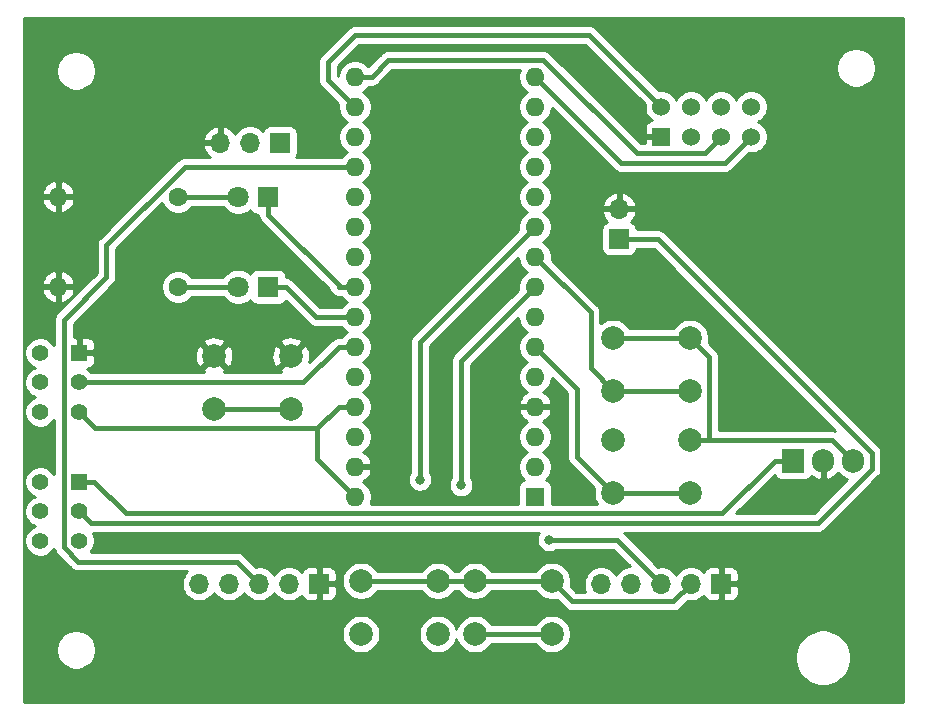
<source format=gbr>
G04 #@! TF.GenerationSoftware,KiCad,Pcbnew,(5.1.5)-3*
G04 #@! TF.CreationDate,2021-01-31T23:34:22+01:00*
G04 #@! TF.ProjectId,nadajnik_rev01,6e616461-6a6e-4696-9b5f-72657630312e,rev?*
G04 #@! TF.SameCoordinates,Original*
G04 #@! TF.FileFunction,Copper,L1,Top*
G04 #@! TF.FilePolarity,Positive*
%FSLAX46Y46*%
G04 Gerber Fmt 4.6, Leading zero omitted, Abs format (unit mm)*
G04 Created by KiCad (PCBNEW (5.1.5)-3) date 2021-01-31 23:34:22*
%MOMM*%
%LPD*%
G04 APERTURE LIST*
%ADD10R,1.524000X1.524000*%
%ADD11C,1.524000*%
%ADD12C,1.400000*%
%ADD13R,1.400000X1.400000*%
%ADD14O,1.700000X1.700000*%
%ADD15R,1.700000X1.700000*%
%ADD16R,1.600000X1.600000*%
%ADD17O,1.600000X1.600000*%
%ADD18R,1.800000X1.800000*%
%ADD19C,1.800000*%
%ADD20C,1.600000*%
%ADD21C,2.000000*%
%ADD22R,1.905000X2.000000*%
%ADD23O,1.905000X2.000000*%
%ADD24C,0.800000*%
%ADD25C,0.400000*%
%ADD26C,0.254000*%
G04 APERTURE END LIST*
D10*
X142494000Y-66040000D03*
D11*
X142494000Y-63500000D03*
X145034000Y-66040000D03*
X145034000Y-63500000D03*
X147574000Y-66040000D03*
X147574000Y-63500000D03*
X150114000Y-66040000D03*
X150114000Y-63500000D03*
D12*
X89918000Y-100250000D03*
X89918000Y-97750000D03*
X89918000Y-95250000D03*
X93218000Y-100250000D03*
X93218000Y-97750000D03*
D13*
X93218000Y-95250000D03*
D14*
X137414000Y-103886000D03*
X139954000Y-103886000D03*
X142494000Y-103886000D03*
X145034000Y-103886000D03*
D15*
X147574000Y-103886000D03*
X113538000Y-103886000D03*
D14*
X110998000Y-103886000D03*
X108458000Y-103886000D03*
X105918000Y-103886000D03*
X103378000Y-103886000D03*
D16*
X131826000Y-96520000D03*
D17*
X116586000Y-63500000D03*
X131826000Y-93980000D03*
X116586000Y-66040000D03*
X131826000Y-91440000D03*
X116586000Y-68580000D03*
X131826000Y-88900000D03*
X116586000Y-71120000D03*
X131826000Y-86360000D03*
X116586000Y-73660000D03*
X131826000Y-83820000D03*
X116586000Y-76200000D03*
X131826000Y-81280000D03*
X116586000Y-78740000D03*
X131826000Y-78740000D03*
X116586000Y-81280000D03*
X131826000Y-76200000D03*
X116586000Y-83820000D03*
X131826000Y-73660000D03*
X116586000Y-86360000D03*
X131826000Y-71120000D03*
X116586000Y-88900000D03*
X131826000Y-68580000D03*
X116586000Y-91440000D03*
X131826000Y-66040000D03*
X116586000Y-93980000D03*
X131826000Y-63500000D03*
X116586000Y-96520000D03*
X131826000Y-60960000D03*
X116586000Y-60960000D03*
D18*
X109220000Y-71120000D03*
D19*
X106680000Y-71120000D03*
X106680000Y-78740000D03*
D18*
X109220000Y-78740000D03*
D15*
X138938000Y-74676000D03*
D14*
X138938000Y-72136000D03*
D17*
X91440000Y-71120000D03*
D20*
X101600000Y-71120000D03*
X101600000Y-78740000D03*
D17*
X91440000Y-78740000D03*
D21*
X111148000Y-84582000D03*
X111148000Y-89082000D03*
X104648000Y-84582000D03*
X104648000Y-89082000D03*
X138430000Y-96194000D03*
X138430000Y-91694000D03*
X144930000Y-96194000D03*
X144930000Y-91694000D03*
X117094000Y-108132000D03*
X117094000Y-103632000D03*
X123594000Y-108132000D03*
X123594000Y-103632000D03*
X133246000Y-103632000D03*
X133246000Y-108132000D03*
X126746000Y-103632000D03*
X126746000Y-108132000D03*
X138430000Y-87558000D03*
X138430000Y-83058000D03*
X144930000Y-87558000D03*
X144930000Y-83058000D03*
D13*
X93218000Y-84328000D03*
D12*
X93218000Y-86828000D03*
X93218000Y-89328000D03*
X89918000Y-84328000D03*
X89918000Y-86828000D03*
X89918000Y-89328000D03*
D15*
X110236000Y-66548000D03*
D14*
X107696000Y-66548000D03*
X105156000Y-66548000D03*
D22*
X153670000Y-93472000D03*
D23*
X156210000Y-93472000D03*
X158750000Y-93472000D03*
D24*
X134620000Y-59690000D03*
X133009200Y-100174200D03*
X125566200Y-95534900D03*
X122075200Y-95068900D03*
D25*
X114300000Y-61214000D02*
X116586000Y-63500000D01*
X114300000Y-59690000D02*
X114300000Y-61214000D01*
X116586000Y-57404000D02*
X114300000Y-59690000D01*
X142494000Y-63500000D02*
X136398000Y-57404000D01*
X136398000Y-57404000D02*
X116586000Y-57404000D01*
X116586000Y-68580000D02*
X102159700Y-68580000D01*
X102159700Y-68580000D02*
X95537500Y-75202200D01*
X95537500Y-75202200D02*
X95537500Y-77906100D01*
X95537500Y-77906100D02*
X91917300Y-81526300D01*
X91917300Y-81526300D02*
X91917300Y-100788600D01*
X91917300Y-100788600D02*
X93130100Y-102001400D01*
X93130100Y-102001400D02*
X106573400Y-102001400D01*
X106573400Y-102001400D02*
X108458000Y-103886000D01*
X104648000Y-89082000D02*
X111148000Y-89082000D01*
X133009200Y-100174200D02*
X138782200Y-100174200D01*
X138782200Y-100174200D02*
X142494000Y-103886000D01*
X138430000Y-96194000D02*
X135379500Y-93143500D01*
X135379500Y-93143500D02*
X135379500Y-87373500D01*
X135379500Y-87373500D02*
X131826000Y-83820000D01*
X144930000Y-96194000D02*
X138430000Y-96194000D01*
X126746000Y-108132000D02*
X133246000Y-108132000D01*
X116586000Y-78740000D02*
X115185700Y-78740000D01*
X109220000Y-71120000D02*
X109220000Y-72620300D01*
X109220000Y-72620300D02*
X115185700Y-78586000D01*
X115185700Y-78586000D02*
X115185700Y-78740000D01*
X125566200Y-95534900D02*
X125566200Y-84999800D01*
X125566200Y-84999800D02*
X131826000Y-78740000D01*
X109220000Y-78740000D02*
X110720300Y-78740000D01*
X110720300Y-78740000D02*
X113260300Y-81280000D01*
X113260300Y-81280000D02*
X116586000Y-81280000D01*
X138430000Y-87558000D02*
X136524100Y-85652100D01*
X136524100Y-85652100D02*
X136524100Y-80898100D01*
X136524100Y-80898100D02*
X131826000Y-76200000D01*
X144930000Y-87558000D02*
X138430000Y-87558000D01*
X116586000Y-83820000D02*
X115185700Y-83820000D01*
X93218000Y-86828000D02*
X112177700Y-86828000D01*
X112177700Y-86828000D02*
X115185700Y-83820000D01*
X131826000Y-73660000D02*
X122075200Y-83410800D01*
X122075200Y-83410800D02*
X122075200Y-95068900D01*
X146568200Y-91694000D02*
X144930000Y-91694000D01*
X158750000Y-93472000D02*
X156972000Y-91694000D01*
X156972000Y-91694000D02*
X146568200Y-91694000D01*
X146568200Y-91694000D02*
X146568200Y-84696200D01*
X146568200Y-84696200D02*
X144930000Y-83058000D01*
X145034000Y-103886000D02*
X143545900Y-105374100D01*
X143545900Y-105374100D02*
X134988100Y-105374100D01*
X134988100Y-105374100D02*
X133246000Y-103632000D01*
X113384800Y-90700900D02*
X115185700Y-88900000D01*
X93218000Y-89328000D02*
X94590900Y-90700900D01*
X94590900Y-90700900D02*
X113384800Y-90700900D01*
X116586000Y-96520000D02*
X113384800Y-93318800D01*
X113384800Y-93318800D02*
X113384800Y-90700900D01*
X123594000Y-103632000D02*
X117094000Y-103632000D01*
X126746000Y-103632000D02*
X133246000Y-103632000D01*
X123594000Y-103632000D02*
X126746000Y-103632000D01*
X144930000Y-83058000D02*
X138430000Y-83058000D01*
X116586000Y-88900000D02*
X115185700Y-88900000D01*
X131826000Y-60960000D02*
X139116600Y-68250600D01*
X139116600Y-68250600D02*
X147903400Y-68250600D01*
X147903400Y-68250600D02*
X150114000Y-66040000D01*
X116586000Y-60960000D02*
X117986300Y-60960000D01*
X117986300Y-60960000D02*
X119392400Y-59553900D01*
X119392400Y-59553900D02*
X132539900Y-59553900D01*
X132539900Y-59553900D02*
X140420900Y-67434900D01*
X140420900Y-67434900D02*
X146179100Y-67434900D01*
X146179100Y-67434900D02*
X147574000Y-66040000D01*
X101600000Y-71120000D02*
X106680000Y-71120000D01*
X101600000Y-78740000D02*
X106680000Y-78740000D01*
X138938000Y-74676000D02*
X142208900Y-74676000D01*
X142208900Y-74676000D02*
X160313200Y-92780300D01*
X160313200Y-92780300D02*
X160313200Y-94179200D01*
X160313200Y-94179200D02*
X155758400Y-98734000D01*
X155758400Y-98734000D02*
X94202000Y-98734000D01*
X94202000Y-98734000D02*
X93218000Y-97750000D01*
X93218000Y-95250000D02*
X94518300Y-95250000D01*
X153670000Y-93472000D02*
X152117200Y-93472000D01*
X152117200Y-93472000D02*
X147663200Y-97926000D01*
X147663200Y-97926000D02*
X97194300Y-97926000D01*
X97194300Y-97926000D02*
X94518300Y-95250000D01*
D26*
G36*
X162941000Y-113919000D02*
G01*
X88519000Y-113919000D01*
X88519000Y-109308042D01*
X91279000Y-109308042D01*
X91279000Y-109639958D01*
X91343754Y-109965496D01*
X91470772Y-110272147D01*
X91655175Y-110548125D01*
X91889875Y-110782825D01*
X92165853Y-110967228D01*
X92472504Y-111094246D01*
X92798042Y-111159000D01*
X93129958Y-111159000D01*
X93455496Y-111094246D01*
X93762147Y-110967228D01*
X94038125Y-110782825D01*
X94272825Y-110548125D01*
X94457228Y-110272147D01*
X94584246Y-109965496D01*
X94597851Y-109897098D01*
X153825000Y-109897098D01*
X153825000Y-110366902D01*
X153916654Y-110827679D01*
X154096440Y-111261721D01*
X154357450Y-111652349D01*
X154689651Y-111984550D01*
X155080279Y-112245560D01*
X155514321Y-112425346D01*
X155975098Y-112517000D01*
X156444902Y-112517000D01*
X156905679Y-112425346D01*
X157339721Y-112245560D01*
X157730349Y-111984550D01*
X158062550Y-111652349D01*
X158323560Y-111261721D01*
X158503346Y-110827679D01*
X158595000Y-110366902D01*
X158595000Y-109897098D01*
X158503346Y-109436321D01*
X158323560Y-109002279D01*
X158062550Y-108611651D01*
X157730349Y-108279450D01*
X157339721Y-108018440D01*
X156905679Y-107838654D01*
X156444902Y-107747000D01*
X155975098Y-107747000D01*
X155514321Y-107838654D01*
X155080279Y-108018440D01*
X154689651Y-108279450D01*
X154357450Y-108611651D01*
X154096440Y-109002279D01*
X153916654Y-109436321D01*
X153825000Y-109897098D01*
X94597851Y-109897098D01*
X94649000Y-109639958D01*
X94649000Y-109308042D01*
X94584246Y-108982504D01*
X94457228Y-108675853D01*
X94272825Y-108399875D01*
X94038125Y-108165175D01*
X93762147Y-107980772D01*
X93738476Y-107970967D01*
X115459000Y-107970967D01*
X115459000Y-108293033D01*
X115521832Y-108608912D01*
X115645082Y-108906463D01*
X115824013Y-109174252D01*
X116051748Y-109401987D01*
X116319537Y-109580918D01*
X116617088Y-109704168D01*
X116932967Y-109767000D01*
X117255033Y-109767000D01*
X117570912Y-109704168D01*
X117868463Y-109580918D01*
X118136252Y-109401987D01*
X118363987Y-109174252D01*
X118542918Y-108906463D01*
X118666168Y-108608912D01*
X118729000Y-108293033D01*
X118729000Y-107970967D01*
X121959000Y-107970967D01*
X121959000Y-108293033D01*
X122021832Y-108608912D01*
X122145082Y-108906463D01*
X122324013Y-109174252D01*
X122551748Y-109401987D01*
X122819537Y-109580918D01*
X123117088Y-109704168D01*
X123432967Y-109767000D01*
X123755033Y-109767000D01*
X124070912Y-109704168D01*
X124368463Y-109580918D01*
X124636252Y-109401987D01*
X124863987Y-109174252D01*
X125042918Y-108906463D01*
X125166168Y-108608912D01*
X125170000Y-108589647D01*
X125173832Y-108608912D01*
X125297082Y-108906463D01*
X125476013Y-109174252D01*
X125703748Y-109401987D01*
X125971537Y-109580918D01*
X126269088Y-109704168D01*
X126584967Y-109767000D01*
X126907033Y-109767000D01*
X127222912Y-109704168D01*
X127520463Y-109580918D01*
X127788252Y-109401987D01*
X128015987Y-109174252D01*
X128154468Y-108967000D01*
X131837532Y-108967000D01*
X131976013Y-109174252D01*
X132203748Y-109401987D01*
X132471537Y-109580918D01*
X132769088Y-109704168D01*
X133084967Y-109767000D01*
X133407033Y-109767000D01*
X133722912Y-109704168D01*
X134020463Y-109580918D01*
X134288252Y-109401987D01*
X134515987Y-109174252D01*
X134694918Y-108906463D01*
X134818168Y-108608912D01*
X134881000Y-108293033D01*
X134881000Y-107970967D01*
X134818168Y-107655088D01*
X134694918Y-107357537D01*
X134515987Y-107089748D01*
X134288252Y-106862013D01*
X134020463Y-106683082D01*
X133722912Y-106559832D01*
X133407033Y-106497000D01*
X133084967Y-106497000D01*
X132769088Y-106559832D01*
X132471537Y-106683082D01*
X132203748Y-106862013D01*
X131976013Y-107089748D01*
X131837532Y-107297000D01*
X128154468Y-107297000D01*
X128015987Y-107089748D01*
X127788252Y-106862013D01*
X127520463Y-106683082D01*
X127222912Y-106559832D01*
X126907033Y-106497000D01*
X126584967Y-106497000D01*
X126269088Y-106559832D01*
X125971537Y-106683082D01*
X125703748Y-106862013D01*
X125476013Y-107089748D01*
X125297082Y-107357537D01*
X125173832Y-107655088D01*
X125170000Y-107674353D01*
X125166168Y-107655088D01*
X125042918Y-107357537D01*
X124863987Y-107089748D01*
X124636252Y-106862013D01*
X124368463Y-106683082D01*
X124070912Y-106559832D01*
X123755033Y-106497000D01*
X123432967Y-106497000D01*
X123117088Y-106559832D01*
X122819537Y-106683082D01*
X122551748Y-106862013D01*
X122324013Y-107089748D01*
X122145082Y-107357537D01*
X122021832Y-107655088D01*
X121959000Y-107970967D01*
X118729000Y-107970967D01*
X118666168Y-107655088D01*
X118542918Y-107357537D01*
X118363987Y-107089748D01*
X118136252Y-106862013D01*
X117868463Y-106683082D01*
X117570912Y-106559832D01*
X117255033Y-106497000D01*
X116932967Y-106497000D01*
X116617088Y-106559832D01*
X116319537Y-106683082D01*
X116051748Y-106862013D01*
X115824013Y-107089748D01*
X115645082Y-107357537D01*
X115521832Y-107655088D01*
X115459000Y-107970967D01*
X93738476Y-107970967D01*
X93455496Y-107853754D01*
X93129958Y-107789000D01*
X92798042Y-107789000D01*
X92472504Y-107853754D01*
X92165853Y-107980772D01*
X91889875Y-108165175D01*
X91655175Y-108399875D01*
X91470772Y-108675853D01*
X91343754Y-108982504D01*
X91279000Y-109308042D01*
X88519000Y-109308042D01*
X88519000Y-84196514D01*
X88583000Y-84196514D01*
X88583000Y-84459486D01*
X88634304Y-84717405D01*
X88734939Y-84960359D01*
X88881038Y-85179013D01*
X89066987Y-85364962D01*
X89285641Y-85511061D01*
X89447246Y-85578000D01*
X89285641Y-85644939D01*
X89066987Y-85791038D01*
X88881038Y-85976987D01*
X88734939Y-86195641D01*
X88634304Y-86438595D01*
X88583000Y-86696514D01*
X88583000Y-86959486D01*
X88634304Y-87217405D01*
X88734939Y-87460359D01*
X88881038Y-87679013D01*
X89066987Y-87864962D01*
X89285641Y-88011061D01*
X89447246Y-88078000D01*
X89285641Y-88144939D01*
X89066987Y-88291038D01*
X88881038Y-88476987D01*
X88734939Y-88695641D01*
X88634304Y-88938595D01*
X88583000Y-89196514D01*
X88583000Y-89459486D01*
X88634304Y-89717405D01*
X88734939Y-89960359D01*
X88881038Y-90179013D01*
X89066987Y-90364962D01*
X89285641Y-90511061D01*
X89528595Y-90611696D01*
X89786514Y-90663000D01*
X90049486Y-90663000D01*
X90307405Y-90611696D01*
X90550359Y-90511061D01*
X90769013Y-90364962D01*
X90954962Y-90179013D01*
X91082300Y-89988436D01*
X91082301Y-94589564D01*
X90954962Y-94398987D01*
X90769013Y-94213038D01*
X90550359Y-94066939D01*
X90307405Y-93966304D01*
X90049486Y-93915000D01*
X89786514Y-93915000D01*
X89528595Y-93966304D01*
X89285641Y-94066939D01*
X89066987Y-94213038D01*
X88881038Y-94398987D01*
X88734939Y-94617641D01*
X88634304Y-94860595D01*
X88583000Y-95118514D01*
X88583000Y-95381486D01*
X88634304Y-95639405D01*
X88734939Y-95882359D01*
X88881038Y-96101013D01*
X89066987Y-96286962D01*
X89285641Y-96433061D01*
X89447246Y-96500000D01*
X89285641Y-96566939D01*
X89066987Y-96713038D01*
X88881038Y-96898987D01*
X88734939Y-97117641D01*
X88634304Y-97360595D01*
X88583000Y-97618514D01*
X88583000Y-97881486D01*
X88634304Y-98139405D01*
X88734939Y-98382359D01*
X88881038Y-98601013D01*
X89066987Y-98786962D01*
X89285641Y-98933061D01*
X89447246Y-99000000D01*
X89285641Y-99066939D01*
X89066987Y-99213038D01*
X88881038Y-99398987D01*
X88734939Y-99617641D01*
X88634304Y-99860595D01*
X88583000Y-100118514D01*
X88583000Y-100381486D01*
X88634304Y-100639405D01*
X88734939Y-100882359D01*
X88881038Y-101101013D01*
X89066987Y-101286962D01*
X89285641Y-101433061D01*
X89528595Y-101533696D01*
X89786514Y-101585000D01*
X90049486Y-101585000D01*
X90307405Y-101533696D01*
X90550359Y-101433061D01*
X90769013Y-101286962D01*
X90954962Y-101101013D01*
X91089237Y-100900054D01*
X91094382Y-100952288D01*
X91142128Y-101109686D01*
X91219664Y-101254745D01*
X91219665Y-101254746D01*
X91324010Y-101381891D01*
X91355874Y-101408041D01*
X92510658Y-102562826D01*
X92536809Y-102594691D01*
X92663954Y-102699036D01*
X92809013Y-102776572D01*
X92966411Y-102824318D01*
X93089081Y-102836400D01*
X93089083Y-102836400D01*
X93130099Y-102840440D01*
X93171115Y-102836400D01*
X102327493Y-102836400D01*
X102224525Y-102939368D01*
X102062010Y-103182589D01*
X101950068Y-103452842D01*
X101893000Y-103739740D01*
X101893000Y-104032260D01*
X101950068Y-104319158D01*
X102062010Y-104589411D01*
X102224525Y-104832632D01*
X102431368Y-105039475D01*
X102674589Y-105201990D01*
X102944842Y-105313932D01*
X103231740Y-105371000D01*
X103524260Y-105371000D01*
X103811158Y-105313932D01*
X104081411Y-105201990D01*
X104324632Y-105039475D01*
X104531475Y-104832632D01*
X104648000Y-104658240D01*
X104764525Y-104832632D01*
X104971368Y-105039475D01*
X105214589Y-105201990D01*
X105484842Y-105313932D01*
X105771740Y-105371000D01*
X106064260Y-105371000D01*
X106351158Y-105313932D01*
X106621411Y-105201990D01*
X106864632Y-105039475D01*
X107071475Y-104832632D01*
X107188000Y-104658240D01*
X107304525Y-104832632D01*
X107511368Y-105039475D01*
X107754589Y-105201990D01*
X108024842Y-105313932D01*
X108311740Y-105371000D01*
X108604260Y-105371000D01*
X108891158Y-105313932D01*
X109161411Y-105201990D01*
X109404632Y-105039475D01*
X109611475Y-104832632D01*
X109728000Y-104658240D01*
X109844525Y-104832632D01*
X110051368Y-105039475D01*
X110294589Y-105201990D01*
X110564842Y-105313932D01*
X110851740Y-105371000D01*
X111144260Y-105371000D01*
X111431158Y-105313932D01*
X111701411Y-105201990D01*
X111944632Y-105039475D01*
X112076487Y-104907620D01*
X112098498Y-104980180D01*
X112157463Y-105090494D01*
X112236815Y-105187185D01*
X112333506Y-105266537D01*
X112443820Y-105325502D01*
X112563518Y-105361812D01*
X112688000Y-105374072D01*
X113252250Y-105371000D01*
X113411000Y-105212250D01*
X113411000Y-104013000D01*
X113665000Y-104013000D01*
X113665000Y-105212250D01*
X113823750Y-105371000D01*
X114388000Y-105374072D01*
X114512482Y-105361812D01*
X114632180Y-105325502D01*
X114742494Y-105266537D01*
X114839185Y-105187185D01*
X114918537Y-105090494D01*
X114977502Y-104980180D01*
X115013812Y-104860482D01*
X115026072Y-104736000D01*
X115023000Y-104171750D01*
X114864250Y-104013000D01*
X113665000Y-104013000D01*
X113411000Y-104013000D01*
X113391000Y-104013000D01*
X113391000Y-103759000D01*
X113411000Y-103759000D01*
X113411000Y-102559750D01*
X113665000Y-102559750D01*
X113665000Y-103759000D01*
X114864250Y-103759000D01*
X115023000Y-103600250D01*
X115026072Y-103036000D01*
X115013812Y-102911518D01*
X114977502Y-102791820D01*
X114918537Y-102681506D01*
X114839185Y-102584815D01*
X114742494Y-102505463D01*
X114632180Y-102446498D01*
X114512482Y-102410188D01*
X114388000Y-102397928D01*
X113823750Y-102401000D01*
X113665000Y-102559750D01*
X113411000Y-102559750D01*
X113252250Y-102401000D01*
X112688000Y-102397928D01*
X112563518Y-102410188D01*
X112443820Y-102446498D01*
X112333506Y-102505463D01*
X112236815Y-102584815D01*
X112157463Y-102681506D01*
X112098498Y-102791820D01*
X112076487Y-102864380D01*
X111944632Y-102732525D01*
X111701411Y-102570010D01*
X111431158Y-102458068D01*
X111144260Y-102401000D01*
X110851740Y-102401000D01*
X110564842Y-102458068D01*
X110294589Y-102570010D01*
X110051368Y-102732525D01*
X109844525Y-102939368D01*
X109728000Y-103113760D01*
X109611475Y-102939368D01*
X109404632Y-102732525D01*
X109161411Y-102570010D01*
X108891158Y-102458068D01*
X108604260Y-102401000D01*
X108311740Y-102401000D01*
X108180061Y-102427193D01*
X107192846Y-101439979D01*
X107166691Y-101408109D01*
X107039546Y-101303764D01*
X106894487Y-101226228D01*
X106737089Y-101178482D01*
X106614419Y-101166400D01*
X106614418Y-101166400D01*
X106573400Y-101162360D01*
X106532382Y-101166400D01*
X94189575Y-101166400D01*
X94254962Y-101101013D01*
X94401061Y-100882359D01*
X94501696Y-100639405D01*
X94553000Y-100381486D01*
X94553000Y-100118514D01*
X94501696Y-99860595D01*
X94401061Y-99617641D01*
X94368560Y-99569000D01*
X132168798Y-99569000D01*
X132091995Y-99683944D01*
X132013974Y-99872302D01*
X131974200Y-100072261D01*
X131974200Y-100276139D01*
X132013974Y-100476098D01*
X132091995Y-100664456D01*
X132205263Y-100833974D01*
X132349426Y-100978137D01*
X132518944Y-101091405D01*
X132707302Y-101169426D01*
X132907261Y-101209200D01*
X133111139Y-101209200D01*
X133311098Y-101169426D01*
X133499456Y-101091405D01*
X133622485Y-101009200D01*
X138436333Y-101009200D01*
X139828132Y-102401000D01*
X139807740Y-102401000D01*
X139520842Y-102458068D01*
X139250589Y-102570010D01*
X139007368Y-102732525D01*
X138800525Y-102939368D01*
X138684000Y-103113760D01*
X138567475Y-102939368D01*
X138360632Y-102732525D01*
X138117411Y-102570010D01*
X137847158Y-102458068D01*
X137560260Y-102401000D01*
X137267740Y-102401000D01*
X136980842Y-102458068D01*
X136710589Y-102570010D01*
X136467368Y-102732525D01*
X136260525Y-102939368D01*
X136098010Y-103182589D01*
X135986068Y-103452842D01*
X135929000Y-103739740D01*
X135929000Y-104032260D01*
X135986068Y-104319158D01*
X136077171Y-104539100D01*
X135333968Y-104539100D01*
X134832372Y-104037504D01*
X134881000Y-103793033D01*
X134881000Y-103470967D01*
X134818168Y-103155088D01*
X134694918Y-102857537D01*
X134515987Y-102589748D01*
X134288252Y-102362013D01*
X134020463Y-102183082D01*
X133722912Y-102059832D01*
X133407033Y-101997000D01*
X133084967Y-101997000D01*
X132769088Y-102059832D01*
X132471537Y-102183082D01*
X132203748Y-102362013D01*
X131976013Y-102589748D01*
X131837532Y-102797000D01*
X128154468Y-102797000D01*
X128015987Y-102589748D01*
X127788252Y-102362013D01*
X127520463Y-102183082D01*
X127222912Y-102059832D01*
X126907033Y-101997000D01*
X126584967Y-101997000D01*
X126269088Y-102059832D01*
X125971537Y-102183082D01*
X125703748Y-102362013D01*
X125476013Y-102589748D01*
X125337532Y-102797000D01*
X125002468Y-102797000D01*
X124863987Y-102589748D01*
X124636252Y-102362013D01*
X124368463Y-102183082D01*
X124070912Y-102059832D01*
X123755033Y-101997000D01*
X123432967Y-101997000D01*
X123117088Y-102059832D01*
X122819537Y-102183082D01*
X122551748Y-102362013D01*
X122324013Y-102589748D01*
X122185532Y-102797000D01*
X118502468Y-102797000D01*
X118363987Y-102589748D01*
X118136252Y-102362013D01*
X117868463Y-102183082D01*
X117570912Y-102059832D01*
X117255033Y-101997000D01*
X116932967Y-101997000D01*
X116617088Y-102059832D01*
X116319537Y-102183082D01*
X116051748Y-102362013D01*
X115824013Y-102589748D01*
X115645082Y-102857537D01*
X115521832Y-103155088D01*
X115459000Y-103470967D01*
X115459000Y-103793033D01*
X115521832Y-104108912D01*
X115645082Y-104406463D01*
X115824013Y-104674252D01*
X116051748Y-104901987D01*
X116319537Y-105080918D01*
X116617088Y-105204168D01*
X116932967Y-105267000D01*
X117255033Y-105267000D01*
X117570912Y-105204168D01*
X117868463Y-105080918D01*
X118136252Y-104901987D01*
X118363987Y-104674252D01*
X118502468Y-104467000D01*
X122185532Y-104467000D01*
X122324013Y-104674252D01*
X122551748Y-104901987D01*
X122819537Y-105080918D01*
X123117088Y-105204168D01*
X123432967Y-105267000D01*
X123755033Y-105267000D01*
X124070912Y-105204168D01*
X124368463Y-105080918D01*
X124636252Y-104901987D01*
X124863987Y-104674252D01*
X125002468Y-104467000D01*
X125337532Y-104467000D01*
X125476013Y-104674252D01*
X125703748Y-104901987D01*
X125971537Y-105080918D01*
X126269088Y-105204168D01*
X126584967Y-105267000D01*
X126907033Y-105267000D01*
X127222912Y-105204168D01*
X127520463Y-105080918D01*
X127788252Y-104901987D01*
X128015987Y-104674252D01*
X128154468Y-104467000D01*
X131837532Y-104467000D01*
X131976013Y-104674252D01*
X132203748Y-104901987D01*
X132471537Y-105080918D01*
X132769088Y-105204168D01*
X133084967Y-105267000D01*
X133407033Y-105267000D01*
X133651504Y-105218372D01*
X134368659Y-105935526D01*
X134394809Y-105967391D01*
X134521954Y-106071736D01*
X134667013Y-106149272D01*
X134824411Y-106197018D01*
X134947081Y-106209100D01*
X134947091Y-106209100D01*
X134988099Y-106213139D01*
X135029107Y-106209100D01*
X143504882Y-106209100D01*
X143545900Y-106213140D01*
X143586918Y-106209100D01*
X143586919Y-106209100D01*
X143709589Y-106197018D01*
X143866987Y-106149272D01*
X144012046Y-106071736D01*
X144139191Y-105967391D01*
X144165346Y-105935521D01*
X144756060Y-105344807D01*
X144887740Y-105371000D01*
X145180260Y-105371000D01*
X145467158Y-105313932D01*
X145737411Y-105201990D01*
X145980632Y-105039475D01*
X146112487Y-104907620D01*
X146134498Y-104980180D01*
X146193463Y-105090494D01*
X146272815Y-105187185D01*
X146369506Y-105266537D01*
X146479820Y-105325502D01*
X146599518Y-105361812D01*
X146724000Y-105374072D01*
X147288250Y-105371000D01*
X147447000Y-105212250D01*
X147447000Y-104013000D01*
X147701000Y-104013000D01*
X147701000Y-105212250D01*
X147859750Y-105371000D01*
X148424000Y-105374072D01*
X148548482Y-105361812D01*
X148668180Y-105325502D01*
X148778494Y-105266537D01*
X148875185Y-105187185D01*
X148954537Y-105090494D01*
X149013502Y-104980180D01*
X149049812Y-104860482D01*
X149062072Y-104736000D01*
X149059000Y-104171750D01*
X148900250Y-104013000D01*
X147701000Y-104013000D01*
X147447000Y-104013000D01*
X147427000Y-104013000D01*
X147427000Y-103759000D01*
X147447000Y-103759000D01*
X147447000Y-102559750D01*
X147701000Y-102559750D01*
X147701000Y-103759000D01*
X148900250Y-103759000D01*
X149059000Y-103600250D01*
X149062072Y-103036000D01*
X149049812Y-102911518D01*
X149013502Y-102791820D01*
X148954537Y-102681506D01*
X148875185Y-102584815D01*
X148778494Y-102505463D01*
X148668180Y-102446498D01*
X148548482Y-102410188D01*
X148424000Y-102397928D01*
X147859750Y-102401000D01*
X147701000Y-102559750D01*
X147447000Y-102559750D01*
X147288250Y-102401000D01*
X146724000Y-102397928D01*
X146599518Y-102410188D01*
X146479820Y-102446498D01*
X146369506Y-102505463D01*
X146272815Y-102584815D01*
X146193463Y-102681506D01*
X146134498Y-102791820D01*
X146112487Y-102864380D01*
X145980632Y-102732525D01*
X145737411Y-102570010D01*
X145467158Y-102458068D01*
X145180260Y-102401000D01*
X144887740Y-102401000D01*
X144600842Y-102458068D01*
X144330589Y-102570010D01*
X144087368Y-102732525D01*
X143880525Y-102939368D01*
X143764000Y-103113760D01*
X143647475Y-102939368D01*
X143440632Y-102732525D01*
X143197411Y-102570010D01*
X142927158Y-102458068D01*
X142640260Y-102401000D01*
X142347740Y-102401000D01*
X142216061Y-102427193D01*
X139401646Y-99612779D01*
X139375491Y-99580909D01*
X139360980Y-99569000D01*
X155717382Y-99569000D01*
X155758400Y-99573040D01*
X155799418Y-99569000D01*
X155799419Y-99569000D01*
X155922089Y-99556918D01*
X156079487Y-99509172D01*
X156224546Y-99431636D01*
X156351691Y-99327291D01*
X156377846Y-99295421D01*
X160874632Y-94798637D01*
X160906491Y-94772491D01*
X161010836Y-94645346D01*
X161088372Y-94500287D01*
X161136118Y-94342889D01*
X161148200Y-94220219D01*
X161152240Y-94179200D01*
X161148200Y-94138182D01*
X161148200Y-92821318D01*
X161152240Y-92780300D01*
X161146844Y-92725510D01*
X161136118Y-92616611D01*
X161088372Y-92459213D01*
X161010836Y-92314154D01*
X160906491Y-92187009D01*
X160874633Y-92160864D01*
X142828346Y-74114579D01*
X142802191Y-74082709D01*
X142675046Y-73978364D01*
X142529987Y-73900828D01*
X142372589Y-73853082D01*
X142249919Y-73841000D01*
X142249918Y-73841000D01*
X142208900Y-73836960D01*
X142167882Y-73841000D01*
X140426072Y-73841000D01*
X140426072Y-73826000D01*
X140413812Y-73701518D01*
X140377502Y-73581820D01*
X140318537Y-73471506D01*
X140239185Y-73374815D01*
X140142494Y-73295463D01*
X140032180Y-73236498D01*
X139951534Y-73212034D01*
X140035588Y-73136269D01*
X140209641Y-72902920D01*
X140334825Y-72640099D01*
X140379476Y-72492890D01*
X140258155Y-72263000D01*
X139065000Y-72263000D01*
X139065000Y-72283000D01*
X138811000Y-72283000D01*
X138811000Y-72263000D01*
X137617845Y-72263000D01*
X137496524Y-72492890D01*
X137541175Y-72640099D01*
X137666359Y-72902920D01*
X137840412Y-73136269D01*
X137924466Y-73212034D01*
X137843820Y-73236498D01*
X137733506Y-73295463D01*
X137636815Y-73374815D01*
X137557463Y-73471506D01*
X137498498Y-73581820D01*
X137462188Y-73701518D01*
X137449928Y-73826000D01*
X137449928Y-75526000D01*
X137462188Y-75650482D01*
X137498498Y-75770180D01*
X137557463Y-75880494D01*
X137636815Y-75977185D01*
X137733506Y-76056537D01*
X137843820Y-76115502D01*
X137963518Y-76151812D01*
X138088000Y-76164072D01*
X139788000Y-76164072D01*
X139912482Y-76151812D01*
X140032180Y-76115502D01*
X140142494Y-76056537D01*
X140239185Y-75977185D01*
X140318537Y-75880494D01*
X140377502Y-75770180D01*
X140413812Y-75650482D01*
X140426072Y-75526000D01*
X140426072Y-75511000D01*
X141863033Y-75511000D01*
X157261181Y-90909149D01*
X157135689Y-90871082D01*
X157013019Y-90859000D01*
X157013018Y-90859000D01*
X156972000Y-90854960D01*
X156930982Y-90859000D01*
X147403200Y-90859000D01*
X147403200Y-84737218D01*
X147407240Y-84696200D01*
X147391231Y-84533655D01*
X147391118Y-84532511D01*
X147343372Y-84375113D01*
X147265836Y-84230054D01*
X147241438Y-84200325D01*
X147187639Y-84134770D01*
X147187637Y-84134768D01*
X147161491Y-84102909D01*
X147129632Y-84076763D01*
X146516372Y-83463504D01*
X146565000Y-83219033D01*
X146565000Y-82896967D01*
X146502168Y-82581088D01*
X146378918Y-82283537D01*
X146199987Y-82015748D01*
X145972252Y-81788013D01*
X145704463Y-81609082D01*
X145406912Y-81485832D01*
X145091033Y-81423000D01*
X144768967Y-81423000D01*
X144453088Y-81485832D01*
X144155537Y-81609082D01*
X143887748Y-81788013D01*
X143660013Y-82015748D01*
X143521532Y-82223000D01*
X139838468Y-82223000D01*
X139699987Y-82015748D01*
X139472252Y-81788013D01*
X139204463Y-81609082D01*
X138906912Y-81485832D01*
X138591033Y-81423000D01*
X138268967Y-81423000D01*
X137953088Y-81485832D01*
X137655537Y-81609082D01*
X137387748Y-81788013D01*
X137359100Y-81816661D01*
X137359100Y-80939118D01*
X137363140Y-80898100D01*
X137347018Y-80734412D01*
X137342213Y-80718570D01*
X137299272Y-80577013D01*
X137221736Y-80431954D01*
X137117391Y-80304809D01*
X137085532Y-80278663D01*
X133242285Y-76435418D01*
X133261000Y-76341335D01*
X133261000Y-76058665D01*
X133205853Y-75781426D01*
X133097680Y-75520273D01*
X132940637Y-75285241D01*
X132740759Y-75085363D01*
X132508241Y-74930000D01*
X132740759Y-74774637D01*
X132940637Y-74574759D01*
X133097680Y-74339727D01*
X133205853Y-74078574D01*
X133261000Y-73801335D01*
X133261000Y-73518665D01*
X133205853Y-73241426D01*
X133097680Y-72980273D01*
X132940637Y-72745241D01*
X132740759Y-72545363D01*
X132508241Y-72390000D01*
X132740759Y-72234637D01*
X132940637Y-72034759D01*
X133097680Y-71799727D01*
X133106219Y-71779110D01*
X137496524Y-71779110D01*
X137617845Y-72009000D01*
X138811000Y-72009000D01*
X138811000Y-70815186D01*
X139065000Y-70815186D01*
X139065000Y-72009000D01*
X140258155Y-72009000D01*
X140379476Y-71779110D01*
X140334825Y-71631901D01*
X140209641Y-71369080D01*
X140035588Y-71135731D01*
X139819355Y-70940822D01*
X139569252Y-70791843D01*
X139294891Y-70694519D01*
X139065000Y-70815186D01*
X138811000Y-70815186D01*
X138581109Y-70694519D01*
X138306748Y-70791843D01*
X138056645Y-70940822D01*
X137840412Y-71135731D01*
X137666359Y-71369080D01*
X137541175Y-71631901D01*
X137496524Y-71779110D01*
X133106219Y-71779110D01*
X133205853Y-71538574D01*
X133261000Y-71261335D01*
X133261000Y-70978665D01*
X133205853Y-70701426D01*
X133097680Y-70440273D01*
X132940637Y-70205241D01*
X132740759Y-70005363D01*
X132508241Y-69850000D01*
X132740759Y-69694637D01*
X132940637Y-69494759D01*
X133097680Y-69259727D01*
X133205853Y-68998574D01*
X133261000Y-68721335D01*
X133261000Y-68438665D01*
X133205853Y-68161426D01*
X133097680Y-67900273D01*
X132940637Y-67665241D01*
X132740759Y-67465363D01*
X132508241Y-67310000D01*
X132740759Y-67154637D01*
X132940637Y-66954759D01*
X133097680Y-66719727D01*
X133205853Y-66458574D01*
X133261000Y-66181335D01*
X133261000Y-65898665D01*
X133205853Y-65621426D01*
X133097680Y-65360273D01*
X132940637Y-65125241D01*
X132740759Y-64925363D01*
X132508241Y-64770000D01*
X132740759Y-64614637D01*
X132940637Y-64414759D01*
X133097680Y-64179727D01*
X133205853Y-63918574D01*
X133261000Y-63641335D01*
X133261000Y-63575867D01*
X138497159Y-68812027D01*
X138523309Y-68843891D01*
X138650454Y-68948236D01*
X138795513Y-69025772D01*
X138952911Y-69073518D01*
X139075581Y-69085600D01*
X139075591Y-69085600D01*
X139116599Y-69089639D01*
X139157607Y-69085600D01*
X147862382Y-69085600D01*
X147903400Y-69089640D01*
X147944418Y-69085600D01*
X147944419Y-69085600D01*
X148067089Y-69073518D01*
X148224487Y-69025772D01*
X148369546Y-68948236D01*
X148496691Y-68843891D01*
X148522846Y-68812021D01*
X149910898Y-67423969D01*
X149976408Y-67437000D01*
X150251592Y-67437000D01*
X150521490Y-67383314D01*
X150775727Y-67278005D01*
X151004535Y-67125120D01*
X151199120Y-66930535D01*
X151352005Y-66701727D01*
X151457314Y-66447490D01*
X151511000Y-66177592D01*
X151511000Y-65902408D01*
X151457314Y-65632510D01*
X151352005Y-65378273D01*
X151199120Y-65149465D01*
X151004535Y-64954880D01*
X150775727Y-64801995D01*
X150698485Y-64770000D01*
X150775727Y-64738005D01*
X151004535Y-64585120D01*
X151199120Y-64390535D01*
X151352005Y-64161727D01*
X151457314Y-63907490D01*
X151511000Y-63637592D01*
X151511000Y-63362408D01*
X151457314Y-63092510D01*
X151352005Y-62838273D01*
X151199120Y-62609465D01*
X151004535Y-62414880D01*
X150775727Y-62261995D01*
X150521490Y-62156686D01*
X150251592Y-62103000D01*
X149976408Y-62103000D01*
X149706510Y-62156686D01*
X149452273Y-62261995D01*
X149223465Y-62414880D01*
X149028880Y-62609465D01*
X148875995Y-62838273D01*
X148844000Y-62915515D01*
X148812005Y-62838273D01*
X148659120Y-62609465D01*
X148464535Y-62414880D01*
X148235727Y-62261995D01*
X147981490Y-62156686D01*
X147711592Y-62103000D01*
X147436408Y-62103000D01*
X147166510Y-62156686D01*
X146912273Y-62261995D01*
X146683465Y-62414880D01*
X146488880Y-62609465D01*
X146335995Y-62838273D01*
X146304000Y-62915515D01*
X146272005Y-62838273D01*
X146119120Y-62609465D01*
X145924535Y-62414880D01*
X145695727Y-62261995D01*
X145441490Y-62156686D01*
X145171592Y-62103000D01*
X144896408Y-62103000D01*
X144626510Y-62156686D01*
X144372273Y-62261995D01*
X144143465Y-62414880D01*
X143948880Y-62609465D01*
X143795995Y-62838273D01*
X143764000Y-62915515D01*
X143732005Y-62838273D01*
X143579120Y-62609465D01*
X143384535Y-62414880D01*
X143155727Y-62261995D01*
X142901490Y-62156686D01*
X142631592Y-62103000D01*
X142356408Y-62103000D01*
X142290899Y-62116030D01*
X140206911Y-60032042D01*
X157319000Y-60032042D01*
X157319000Y-60363958D01*
X157383754Y-60689496D01*
X157510772Y-60996147D01*
X157695175Y-61272125D01*
X157929875Y-61506825D01*
X158205853Y-61691228D01*
X158512504Y-61818246D01*
X158838042Y-61883000D01*
X159169958Y-61883000D01*
X159495496Y-61818246D01*
X159802147Y-61691228D01*
X160078125Y-61506825D01*
X160312825Y-61272125D01*
X160497228Y-60996147D01*
X160624246Y-60689496D01*
X160689000Y-60363958D01*
X160689000Y-60032042D01*
X160624246Y-59706504D01*
X160497228Y-59399853D01*
X160312825Y-59123875D01*
X160078125Y-58889175D01*
X159802147Y-58704772D01*
X159495496Y-58577754D01*
X159169958Y-58513000D01*
X158838042Y-58513000D01*
X158512504Y-58577754D01*
X158205853Y-58704772D01*
X157929875Y-58889175D01*
X157695175Y-59123875D01*
X157510772Y-59399853D01*
X157383754Y-59706504D01*
X157319000Y-60032042D01*
X140206911Y-60032042D01*
X137017446Y-56842579D01*
X136991291Y-56810709D01*
X136864146Y-56706364D01*
X136719087Y-56628828D01*
X136561689Y-56581082D01*
X136439019Y-56569000D01*
X136439018Y-56569000D01*
X136398000Y-56564960D01*
X136356982Y-56569000D01*
X116627018Y-56569000D01*
X116585999Y-56564960D01*
X116544981Y-56569000D01*
X116422311Y-56581082D01*
X116264913Y-56628828D01*
X116119854Y-56706364D01*
X115992709Y-56810709D01*
X115966559Y-56842573D01*
X113738579Y-59070554D01*
X113706709Y-59096709D01*
X113602365Y-59223854D01*
X113602364Y-59223855D01*
X113524828Y-59368914D01*
X113477082Y-59526312D01*
X113460960Y-59690000D01*
X113465000Y-59731019D01*
X113465001Y-61172972D01*
X113460960Y-61214000D01*
X113477082Y-61377688D01*
X113524828Y-61535086D01*
X113534559Y-61553291D01*
X113602365Y-61680146D01*
X113706710Y-61807291D01*
X113738574Y-61833441D01*
X115169714Y-63264582D01*
X115151000Y-63358665D01*
X115151000Y-63641335D01*
X115206147Y-63918574D01*
X115314320Y-64179727D01*
X115471363Y-64414759D01*
X115671241Y-64614637D01*
X115903759Y-64770000D01*
X115671241Y-64925363D01*
X115471363Y-65125241D01*
X115314320Y-65360273D01*
X115206147Y-65621426D01*
X115151000Y-65898665D01*
X115151000Y-66181335D01*
X115206147Y-66458574D01*
X115314320Y-66719727D01*
X115471363Y-66954759D01*
X115671241Y-67154637D01*
X115903759Y-67310000D01*
X115671241Y-67465363D01*
X115471363Y-67665241D01*
X115418070Y-67745000D01*
X111620543Y-67745000D01*
X111675502Y-67642180D01*
X111711812Y-67522482D01*
X111724072Y-67398000D01*
X111724072Y-65698000D01*
X111711812Y-65573518D01*
X111675502Y-65453820D01*
X111616537Y-65343506D01*
X111537185Y-65246815D01*
X111440494Y-65167463D01*
X111330180Y-65108498D01*
X111210482Y-65072188D01*
X111086000Y-65059928D01*
X109386000Y-65059928D01*
X109261518Y-65072188D01*
X109141820Y-65108498D01*
X109031506Y-65167463D01*
X108934815Y-65246815D01*
X108855463Y-65343506D01*
X108796498Y-65453820D01*
X108774487Y-65526380D01*
X108642632Y-65394525D01*
X108399411Y-65232010D01*
X108129158Y-65120068D01*
X107842260Y-65063000D01*
X107549740Y-65063000D01*
X107262842Y-65120068D01*
X106992589Y-65232010D01*
X106749368Y-65394525D01*
X106542525Y-65601368D01*
X106420805Y-65783534D01*
X106351178Y-65666645D01*
X106156269Y-65450412D01*
X105922920Y-65276359D01*
X105660099Y-65151175D01*
X105512890Y-65106524D01*
X105283000Y-65227845D01*
X105283000Y-66421000D01*
X105303000Y-66421000D01*
X105303000Y-66675000D01*
X105283000Y-66675000D01*
X105283000Y-66695000D01*
X105029000Y-66695000D01*
X105029000Y-66675000D01*
X103835186Y-66675000D01*
X103714519Y-66904891D01*
X103811843Y-67179252D01*
X103960822Y-67429355D01*
X104155731Y-67645588D01*
X104289010Y-67745000D01*
X102200718Y-67745000D01*
X102159699Y-67740960D01*
X102007139Y-67755986D01*
X101996011Y-67757082D01*
X101838613Y-67804828D01*
X101693554Y-67882364D01*
X101566409Y-67986709D01*
X101540259Y-68018573D01*
X94976079Y-74582754D01*
X94944209Y-74608909D01*
X94839865Y-74736054D01*
X94839864Y-74736055D01*
X94762328Y-74881114D01*
X94714582Y-75038512D01*
X94698460Y-75202200D01*
X94702500Y-75243219D01*
X94702501Y-77560230D01*
X91355879Y-80906854D01*
X91324009Y-80933009D01*
X91219665Y-81060154D01*
X91219664Y-81060155D01*
X91142128Y-81205214D01*
X91094382Y-81362612D01*
X91078260Y-81526300D01*
X91082300Y-81567318D01*
X91082300Y-83667563D01*
X90954962Y-83476987D01*
X90769013Y-83291038D01*
X90550359Y-83144939D01*
X90307405Y-83044304D01*
X90049486Y-82993000D01*
X89786514Y-82993000D01*
X89528595Y-83044304D01*
X89285641Y-83144939D01*
X89066987Y-83291038D01*
X88881038Y-83476987D01*
X88734939Y-83695641D01*
X88634304Y-83938595D01*
X88583000Y-84196514D01*
X88519000Y-84196514D01*
X88519000Y-79089039D01*
X90048096Y-79089039D01*
X90088754Y-79223087D01*
X90208963Y-79477420D01*
X90376481Y-79703414D01*
X90584869Y-79892385D01*
X90826119Y-80037070D01*
X91090960Y-80131909D01*
X91313000Y-80010624D01*
X91313000Y-78867000D01*
X91567000Y-78867000D01*
X91567000Y-80010624D01*
X91789040Y-80131909D01*
X92053881Y-80037070D01*
X92295131Y-79892385D01*
X92503519Y-79703414D01*
X92671037Y-79477420D01*
X92791246Y-79223087D01*
X92831904Y-79089039D01*
X92709915Y-78867000D01*
X91567000Y-78867000D01*
X91313000Y-78867000D01*
X90170085Y-78867000D01*
X90048096Y-79089039D01*
X88519000Y-79089039D01*
X88519000Y-78390961D01*
X90048096Y-78390961D01*
X90170085Y-78613000D01*
X91313000Y-78613000D01*
X91313000Y-77469376D01*
X91567000Y-77469376D01*
X91567000Y-78613000D01*
X92709915Y-78613000D01*
X92831904Y-78390961D01*
X92791246Y-78256913D01*
X92671037Y-78002580D01*
X92503519Y-77776586D01*
X92295131Y-77587615D01*
X92053881Y-77442930D01*
X91789040Y-77348091D01*
X91567000Y-77469376D01*
X91313000Y-77469376D01*
X91090960Y-77348091D01*
X90826119Y-77442930D01*
X90584869Y-77587615D01*
X90376481Y-77776586D01*
X90208963Y-78002580D01*
X90088754Y-78256913D01*
X90048096Y-78390961D01*
X88519000Y-78390961D01*
X88519000Y-71469039D01*
X90048096Y-71469039D01*
X90088754Y-71603087D01*
X90208963Y-71857420D01*
X90376481Y-72083414D01*
X90584869Y-72272385D01*
X90826119Y-72417070D01*
X91090960Y-72511909D01*
X91313000Y-72390624D01*
X91313000Y-71247000D01*
X91567000Y-71247000D01*
X91567000Y-72390624D01*
X91789040Y-72511909D01*
X92053881Y-72417070D01*
X92295131Y-72272385D01*
X92503519Y-72083414D01*
X92671037Y-71857420D01*
X92791246Y-71603087D01*
X92831904Y-71469039D01*
X92709915Y-71247000D01*
X91567000Y-71247000D01*
X91313000Y-71247000D01*
X90170085Y-71247000D01*
X90048096Y-71469039D01*
X88519000Y-71469039D01*
X88519000Y-70770961D01*
X90048096Y-70770961D01*
X90170085Y-70993000D01*
X91313000Y-70993000D01*
X91313000Y-69849376D01*
X91567000Y-69849376D01*
X91567000Y-70993000D01*
X92709915Y-70993000D01*
X92831904Y-70770961D01*
X92791246Y-70636913D01*
X92671037Y-70382580D01*
X92503519Y-70156586D01*
X92295131Y-69967615D01*
X92053881Y-69822930D01*
X91789040Y-69728091D01*
X91567000Y-69849376D01*
X91313000Y-69849376D01*
X91090960Y-69728091D01*
X90826119Y-69822930D01*
X90584869Y-69967615D01*
X90376481Y-70156586D01*
X90208963Y-70382580D01*
X90088754Y-70636913D01*
X90048096Y-70770961D01*
X88519000Y-70770961D01*
X88519000Y-66191109D01*
X103714519Y-66191109D01*
X103835186Y-66421000D01*
X105029000Y-66421000D01*
X105029000Y-65227845D01*
X104799110Y-65106524D01*
X104651901Y-65151175D01*
X104389080Y-65276359D01*
X104155731Y-65450412D01*
X103960822Y-65666645D01*
X103811843Y-65916748D01*
X103714519Y-66191109D01*
X88519000Y-66191109D01*
X88519000Y-60286042D01*
X91279000Y-60286042D01*
X91279000Y-60617958D01*
X91343754Y-60943496D01*
X91470772Y-61250147D01*
X91655175Y-61526125D01*
X91889875Y-61760825D01*
X92165853Y-61945228D01*
X92472504Y-62072246D01*
X92798042Y-62137000D01*
X93129958Y-62137000D01*
X93455496Y-62072246D01*
X93762147Y-61945228D01*
X94038125Y-61760825D01*
X94272825Y-61526125D01*
X94457228Y-61250147D01*
X94584246Y-60943496D01*
X94649000Y-60617958D01*
X94649000Y-60286042D01*
X94584246Y-59960504D01*
X94457228Y-59653853D01*
X94272825Y-59377875D01*
X94038125Y-59143175D01*
X93762147Y-58958772D01*
X93455496Y-58831754D01*
X93129958Y-58767000D01*
X92798042Y-58767000D01*
X92472504Y-58831754D01*
X92165853Y-58958772D01*
X91889875Y-59143175D01*
X91655175Y-59377875D01*
X91470772Y-59653853D01*
X91343754Y-59960504D01*
X91279000Y-60286042D01*
X88519000Y-60286042D01*
X88519000Y-56007000D01*
X162941000Y-56007000D01*
X162941000Y-113919000D01*
G37*
X162941000Y-113919000D02*
X88519000Y-113919000D01*
X88519000Y-109308042D01*
X91279000Y-109308042D01*
X91279000Y-109639958D01*
X91343754Y-109965496D01*
X91470772Y-110272147D01*
X91655175Y-110548125D01*
X91889875Y-110782825D01*
X92165853Y-110967228D01*
X92472504Y-111094246D01*
X92798042Y-111159000D01*
X93129958Y-111159000D01*
X93455496Y-111094246D01*
X93762147Y-110967228D01*
X94038125Y-110782825D01*
X94272825Y-110548125D01*
X94457228Y-110272147D01*
X94584246Y-109965496D01*
X94597851Y-109897098D01*
X153825000Y-109897098D01*
X153825000Y-110366902D01*
X153916654Y-110827679D01*
X154096440Y-111261721D01*
X154357450Y-111652349D01*
X154689651Y-111984550D01*
X155080279Y-112245560D01*
X155514321Y-112425346D01*
X155975098Y-112517000D01*
X156444902Y-112517000D01*
X156905679Y-112425346D01*
X157339721Y-112245560D01*
X157730349Y-111984550D01*
X158062550Y-111652349D01*
X158323560Y-111261721D01*
X158503346Y-110827679D01*
X158595000Y-110366902D01*
X158595000Y-109897098D01*
X158503346Y-109436321D01*
X158323560Y-109002279D01*
X158062550Y-108611651D01*
X157730349Y-108279450D01*
X157339721Y-108018440D01*
X156905679Y-107838654D01*
X156444902Y-107747000D01*
X155975098Y-107747000D01*
X155514321Y-107838654D01*
X155080279Y-108018440D01*
X154689651Y-108279450D01*
X154357450Y-108611651D01*
X154096440Y-109002279D01*
X153916654Y-109436321D01*
X153825000Y-109897098D01*
X94597851Y-109897098D01*
X94649000Y-109639958D01*
X94649000Y-109308042D01*
X94584246Y-108982504D01*
X94457228Y-108675853D01*
X94272825Y-108399875D01*
X94038125Y-108165175D01*
X93762147Y-107980772D01*
X93738476Y-107970967D01*
X115459000Y-107970967D01*
X115459000Y-108293033D01*
X115521832Y-108608912D01*
X115645082Y-108906463D01*
X115824013Y-109174252D01*
X116051748Y-109401987D01*
X116319537Y-109580918D01*
X116617088Y-109704168D01*
X116932967Y-109767000D01*
X117255033Y-109767000D01*
X117570912Y-109704168D01*
X117868463Y-109580918D01*
X118136252Y-109401987D01*
X118363987Y-109174252D01*
X118542918Y-108906463D01*
X118666168Y-108608912D01*
X118729000Y-108293033D01*
X118729000Y-107970967D01*
X121959000Y-107970967D01*
X121959000Y-108293033D01*
X122021832Y-108608912D01*
X122145082Y-108906463D01*
X122324013Y-109174252D01*
X122551748Y-109401987D01*
X122819537Y-109580918D01*
X123117088Y-109704168D01*
X123432967Y-109767000D01*
X123755033Y-109767000D01*
X124070912Y-109704168D01*
X124368463Y-109580918D01*
X124636252Y-109401987D01*
X124863987Y-109174252D01*
X125042918Y-108906463D01*
X125166168Y-108608912D01*
X125170000Y-108589647D01*
X125173832Y-108608912D01*
X125297082Y-108906463D01*
X125476013Y-109174252D01*
X125703748Y-109401987D01*
X125971537Y-109580918D01*
X126269088Y-109704168D01*
X126584967Y-109767000D01*
X126907033Y-109767000D01*
X127222912Y-109704168D01*
X127520463Y-109580918D01*
X127788252Y-109401987D01*
X128015987Y-109174252D01*
X128154468Y-108967000D01*
X131837532Y-108967000D01*
X131976013Y-109174252D01*
X132203748Y-109401987D01*
X132471537Y-109580918D01*
X132769088Y-109704168D01*
X133084967Y-109767000D01*
X133407033Y-109767000D01*
X133722912Y-109704168D01*
X134020463Y-109580918D01*
X134288252Y-109401987D01*
X134515987Y-109174252D01*
X134694918Y-108906463D01*
X134818168Y-108608912D01*
X134881000Y-108293033D01*
X134881000Y-107970967D01*
X134818168Y-107655088D01*
X134694918Y-107357537D01*
X134515987Y-107089748D01*
X134288252Y-106862013D01*
X134020463Y-106683082D01*
X133722912Y-106559832D01*
X133407033Y-106497000D01*
X133084967Y-106497000D01*
X132769088Y-106559832D01*
X132471537Y-106683082D01*
X132203748Y-106862013D01*
X131976013Y-107089748D01*
X131837532Y-107297000D01*
X128154468Y-107297000D01*
X128015987Y-107089748D01*
X127788252Y-106862013D01*
X127520463Y-106683082D01*
X127222912Y-106559832D01*
X126907033Y-106497000D01*
X126584967Y-106497000D01*
X126269088Y-106559832D01*
X125971537Y-106683082D01*
X125703748Y-106862013D01*
X125476013Y-107089748D01*
X125297082Y-107357537D01*
X125173832Y-107655088D01*
X125170000Y-107674353D01*
X125166168Y-107655088D01*
X125042918Y-107357537D01*
X124863987Y-107089748D01*
X124636252Y-106862013D01*
X124368463Y-106683082D01*
X124070912Y-106559832D01*
X123755033Y-106497000D01*
X123432967Y-106497000D01*
X123117088Y-106559832D01*
X122819537Y-106683082D01*
X122551748Y-106862013D01*
X122324013Y-107089748D01*
X122145082Y-107357537D01*
X122021832Y-107655088D01*
X121959000Y-107970967D01*
X118729000Y-107970967D01*
X118666168Y-107655088D01*
X118542918Y-107357537D01*
X118363987Y-107089748D01*
X118136252Y-106862013D01*
X117868463Y-106683082D01*
X117570912Y-106559832D01*
X117255033Y-106497000D01*
X116932967Y-106497000D01*
X116617088Y-106559832D01*
X116319537Y-106683082D01*
X116051748Y-106862013D01*
X115824013Y-107089748D01*
X115645082Y-107357537D01*
X115521832Y-107655088D01*
X115459000Y-107970967D01*
X93738476Y-107970967D01*
X93455496Y-107853754D01*
X93129958Y-107789000D01*
X92798042Y-107789000D01*
X92472504Y-107853754D01*
X92165853Y-107980772D01*
X91889875Y-108165175D01*
X91655175Y-108399875D01*
X91470772Y-108675853D01*
X91343754Y-108982504D01*
X91279000Y-109308042D01*
X88519000Y-109308042D01*
X88519000Y-84196514D01*
X88583000Y-84196514D01*
X88583000Y-84459486D01*
X88634304Y-84717405D01*
X88734939Y-84960359D01*
X88881038Y-85179013D01*
X89066987Y-85364962D01*
X89285641Y-85511061D01*
X89447246Y-85578000D01*
X89285641Y-85644939D01*
X89066987Y-85791038D01*
X88881038Y-85976987D01*
X88734939Y-86195641D01*
X88634304Y-86438595D01*
X88583000Y-86696514D01*
X88583000Y-86959486D01*
X88634304Y-87217405D01*
X88734939Y-87460359D01*
X88881038Y-87679013D01*
X89066987Y-87864962D01*
X89285641Y-88011061D01*
X89447246Y-88078000D01*
X89285641Y-88144939D01*
X89066987Y-88291038D01*
X88881038Y-88476987D01*
X88734939Y-88695641D01*
X88634304Y-88938595D01*
X88583000Y-89196514D01*
X88583000Y-89459486D01*
X88634304Y-89717405D01*
X88734939Y-89960359D01*
X88881038Y-90179013D01*
X89066987Y-90364962D01*
X89285641Y-90511061D01*
X89528595Y-90611696D01*
X89786514Y-90663000D01*
X90049486Y-90663000D01*
X90307405Y-90611696D01*
X90550359Y-90511061D01*
X90769013Y-90364962D01*
X90954962Y-90179013D01*
X91082300Y-89988436D01*
X91082301Y-94589564D01*
X90954962Y-94398987D01*
X90769013Y-94213038D01*
X90550359Y-94066939D01*
X90307405Y-93966304D01*
X90049486Y-93915000D01*
X89786514Y-93915000D01*
X89528595Y-93966304D01*
X89285641Y-94066939D01*
X89066987Y-94213038D01*
X88881038Y-94398987D01*
X88734939Y-94617641D01*
X88634304Y-94860595D01*
X88583000Y-95118514D01*
X88583000Y-95381486D01*
X88634304Y-95639405D01*
X88734939Y-95882359D01*
X88881038Y-96101013D01*
X89066987Y-96286962D01*
X89285641Y-96433061D01*
X89447246Y-96500000D01*
X89285641Y-96566939D01*
X89066987Y-96713038D01*
X88881038Y-96898987D01*
X88734939Y-97117641D01*
X88634304Y-97360595D01*
X88583000Y-97618514D01*
X88583000Y-97881486D01*
X88634304Y-98139405D01*
X88734939Y-98382359D01*
X88881038Y-98601013D01*
X89066987Y-98786962D01*
X89285641Y-98933061D01*
X89447246Y-99000000D01*
X89285641Y-99066939D01*
X89066987Y-99213038D01*
X88881038Y-99398987D01*
X88734939Y-99617641D01*
X88634304Y-99860595D01*
X88583000Y-100118514D01*
X88583000Y-100381486D01*
X88634304Y-100639405D01*
X88734939Y-100882359D01*
X88881038Y-101101013D01*
X89066987Y-101286962D01*
X89285641Y-101433061D01*
X89528595Y-101533696D01*
X89786514Y-101585000D01*
X90049486Y-101585000D01*
X90307405Y-101533696D01*
X90550359Y-101433061D01*
X90769013Y-101286962D01*
X90954962Y-101101013D01*
X91089237Y-100900054D01*
X91094382Y-100952288D01*
X91142128Y-101109686D01*
X91219664Y-101254745D01*
X91219665Y-101254746D01*
X91324010Y-101381891D01*
X91355874Y-101408041D01*
X92510658Y-102562826D01*
X92536809Y-102594691D01*
X92663954Y-102699036D01*
X92809013Y-102776572D01*
X92966411Y-102824318D01*
X93089081Y-102836400D01*
X93089083Y-102836400D01*
X93130099Y-102840440D01*
X93171115Y-102836400D01*
X102327493Y-102836400D01*
X102224525Y-102939368D01*
X102062010Y-103182589D01*
X101950068Y-103452842D01*
X101893000Y-103739740D01*
X101893000Y-104032260D01*
X101950068Y-104319158D01*
X102062010Y-104589411D01*
X102224525Y-104832632D01*
X102431368Y-105039475D01*
X102674589Y-105201990D01*
X102944842Y-105313932D01*
X103231740Y-105371000D01*
X103524260Y-105371000D01*
X103811158Y-105313932D01*
X104081411Y-105201990D01*
X104324632Y-105039475D01*
X104531475Y-104832632D01*
X104648000Y-104658240D01*
X104764525Y-104832632D01*
X104971368Y-105039475D01*
X105214589Y-105201990D01*
X105484842Y-105313932D01*
X105771740Y-105371000D01*
X106064260Y-105371000D01*
X106351158Y-105313932D01*
X106621411Y-105201990D01*
X106864632Y-105039475D01*
X107071475Y-104832632D01*
X107188000Y-104658240D01*
X107304525Y-104832632D01*
X107511368Y-105039475D01*
X107754589Y-105201990D01*
X108024842Y-105313932D01*
X108311740Y-105371000D01*
X108604260Y-105371000D01*
X108891158Y-105313932D01*
X109161411Y-105201990D01*
X109404632Y-105039475D01*
X109611475Y-104832632D01*
X109728000Y-104658240D01*
X109844525Y-104832632D01*
X110051368Y-105039475D01*
X110294589Y-105201990D01*
X110564842Y-105313932D01*
X110851740Y-105371000D01*
X111144260Y-105371000D01*
X111431158Y-105313932D01*
X111701411Y-105201990D01*
X111944632Y-105039475D01*
X112076487Y-104907620D01*
X112098498Y-104980180D01*
X112157463Y-105090494D01*
X112236815Y-105187185D01*
X112333506Y-105266537D01*
X112443820Y-105325502D01*
X112563518Y-105361812D01*
X112688000Y-105374072D01*
X113252250Y-105371000D01*
X113411000Y-105212250D01*
X113411000Y-104013000D01*
X113665000Y-104013000D01*
X113665000Y-105212250D01*
X113823750Y-105371000D01*
X114388000Y-105374072D01*
X114512482Y-105361812D01*
X114632180Y-105325502D01*
X114742494Y-105266537D01*
X114839185Y-105187185D01*
X114918537Y-105090494D01*
X114977502Y-104980180D01*
X115013812Y-104860482D01*
X115026072Y-104736000D01*
X115023000Y-104171750D01*
X114864250Y-104013000D01*
X113665000Y-104013000D01*
X113411000Y-104013000D01*
X113391000Y-104013000D01*
X113391000Y-103759000D01*
X113411000Y-103759000D01*
X113411000Y-102559750D01*
X113665000Y-102559750D01*
X113665000Y-103759000D01*
X114864250Y-103759000D01*
X115023000Y-103600250D01*
X115026072Y-103036000D01*
X115013812Y-102911518D01*
X114977502Y-102791820D01*
X114918537Y-102681506D01*
X114839185Y-102584815D01*
X114742494Y-102505463D01*
X114632180Y-102446498D01*
X114512482Y-102410188D01*
X114388000Y-102397928D01*
X113823750Y-102401000D01*
X113665000Y-102559750D01*
X113411000Y-102559750D01*
X113252250Y-102401000D01*
X112688000Y-102397928D01*
X112563518Y-102410188D01*
X112443820Y-102446498D01*
X112333506Y-102505463D01*
X112236815Y-102584815D01*
X112157463Y-102681506D01*
X112098498Y-102791820D01*
X112076487Y-102864380D01*
X111944632Y-102732525D01*
X111701411Y-102570010D01*
X111431158Y-102458068D01*
X111144260Y-102401000D01*
X110851740Y-102401000D01*
X110564842Y-102458068D01*
X110294589Y-102570010D01*
X110051368Y-102732525D01*
X109844525Y-102939368D01*
X109728000Y-103113760D01*
X109611475Y-102939368D01*
X109404632Y-102732525D01*
X109161411Y-102570010D01*
X108891158Y-102458068D01*
X108604260Y-102401000D01*
X108311740Y-102401000D01*
X108180061Y-102427193D01*
X107192846Y-101439979D01*
X107166691Y-101408109D01*
X107039546Y-101303764D01*
X106894487Y-101226228D01*
X106737089Y-101178482D01*
X106614419Y-101166400D01*
X106614418Y-101166400D01*
X106573400Y-101162360D01*
X106532382Y-101166400D01*
X94189575Y-101166400D01*
X94254962Y-101101013D01*
X94401061Y-100882359D01*
X94501696Y-100639405D01*
X94553000Y-100381486D01*
X94553000Y-100118514D01*
X94501696Y-99860595D01*
X94401061Y-99617641D01*
X94368560Y-99569000D01*
X132168798Y-99569000D01*
X132091995Y-99683944D01*
X132013974Y-99872302D01*
X131974200Y-100072261D01*
X131974200Y-100276139D01*
X132013974Y-100476098D01*
X132091995Y-100664456D01*
X132205263Y-100833974D01*
X132349426Y-100978137D01*
X132518944Y-101091405D01*
X132707302Y-101169426D01*
X132907261Y-101209200D01*
X133111139Y-101209200D01*
X133311098Y-101169426D01*
X133499456Y-101091405D01*
X133622485Y-101009200D01*
X138436333Y-101009200D01*
X139828132Y-102401000D01*
X139807740Y-102401000D01*
X139520842Y-102458068D01*
X139250589Y-102570010D01*
X139007368Y-102732525D01*
X138800525Y-102939368D01*
X138684000Y-103113760D01*
X138567475Y-102939368D01*
X138360632Y-102732525D01*
X138117411Y-102570010D01*
X137847158Y-102458068D01*
X137560260Y-102401000D01*
X137267740Y-102401000D01*
X136980842Y-102458068D01*
X136710589Y-102570010D01*
X136467368Y-102732525D01*
X136260525Y-102939368D01*
X136098010Y-103182589D01*
X135986068Y-103452842D01*
X135929000Y-103739740D01*
X135929000Y-104032260D01*
X135986068Y-104319158D01*
X136077171Y-104539100D01*
X135333968Y-104539100D01*
X134832372Y-104037504D01*
X134881000Y-103793033D01*
X134881000Y-103470967D01*
X134818168Y-103155088D01*
X134694918Y-102857537D01*
X134515987Y-102589748D01*
X134288252Y-102362013D01*
X134020463Y-102183082D01*
X133722912Y-102059832D01*
X133407033Y-101997000D01*
X133084967Y-101997000D01*
X132769088Y-102059832D01*
X132471537Y-102183082D01*
X132203748Y-102362013D01*
X131976013Y-102589748D01*
X131837532Y-102797000D01*
X128154468Y-102797000D01*
X128015987Y-102589748D01*
X127788252Y-102362013D01*
X127520463Y-102183082D01*
X127222912Y-102059832D01*
X126907033Y-101997000D01*
X126584967Y-101997000D01*
X126269088Y-102059832D01*
X125971537Y-102183082D01*
X125703748Y-102362013D01*
X125476013Y-102589748D01*
X125337532Y-102797000D01*
X125002468Y-102797000D01*
X124863987Y-102589748D01*
X124636252Y-102362013D01*
X124368463Y-102183082D01*
X124070912Y-102059832D01*
X123755033Y-101997000D01*
X123432967Y-101997000D01*
X123117088Y-102059832D01*
X122819537Y-102183082D01*
X122551748Y-102362013D01*
X122324013Y-102589748D01*
X122185532Y-102797000D01*
X118502468Y-102797000D01*
X118363987Y-102589748D01*
X118136252Y-102362013D01*
X117868463Y-102183082D01*
X117570912Y-102059832D01*
X117255033Y-101997000D01*
X116932967Y-101997000D01*
X116617088Y-102059832D01*
X116319537Y-102183082D01*
X116051748Y-102362013D01*
X115824013Y-102589748D01*
X115645082Y-102857537D01*
X115521832Y-103155088D01*
X115459000Y-103470967D01*
X115459000Y-103793033D01*
X115521832Y-104108912D01*
X115645082Y-104406463D01*
X115824013Y-104674252D01*
X116051748Y-104901987D01*
X116319537Y-105080918D01*
X116617088Y-105204168D01*
X116932967Y-105267000D01*
X117255033Y-105267000D01*
X117570912Y-105204168D01*
X117868463Y-105080918D01*
X118136252Y-104901987D01*
X118363987Y-104674252D01*
X118502468Y-104467000D01*
X122185532Y-104467000D01*
X122324013Y-104674252D01*
X122551748Y-104901987D01*
X122819537Y-105080918D01*
X123117088Y-105204168D01*
X123432967Y-105267000D01*
X123755033Y-105267000D01*
X124070912Y-105204168D01*
X124368463Y-105080918D01*
X124636252Y-104901987D01*
X124863987Y-104674252D01*
X125002468Y-104467000D01*
X125337532Y-104467000D01*
X125476013Y-104674252D01*
X125703748Y-104901987D01*
X125971537Y-105080918D01*
X126269088Y-105204168D01*
X126584967Y-105267000D01*
X126907033Y-105267000D01*
X127222912Y-105204168D01*
X127520463Y-105080918D01*
X127788252Y-104901987D01*
X128015987Y-104674252D01*
X128154468Y-104467000D01*
X131837532Y-104467000D01*
X131976013Y-104674252D01*
X132203748Y-104901987D01*
X132471537Y-105080918D01*
X132769088Y-105204168D01*
X133084967Y-105267000D01*
X133407033Y-105267000D01*
X133651504Y-105218372D01*
X134368659Y-105935526D01*
X134394809Y-105967391D01*
X134521954Y-106071736D01*
X134667013Y-106149272D01*
X134824411Y-106197018D01*
X134947081Y-106209100D01*
X134947091Y-106209100D01*
X134988099Y-106213139D01*
X135029107Y-106209100D01*
X143504882Y-106209100D01*
X143545900Y-106213140D01*
X143586918Y-106209100D01*
X143586919Y-106209100D01*
X143709589Y-106197018D01*
X143866987Y-106149272D01*
X144012046Y-106071736D01*
X144139191Y-105967391D01*
X144165346Y-105935521D01*
X144756060Y-105344807D01*
X144887740Y-105371000D01*
X145180260Y-105371000D01*
X145467158Y-105313932D01*
X145737411Y-105201990D01*
X145980632Y-105039475D01*
X146112487Y-104907620D01*
X146134498Y-104980180D01*
X146193463Y-105090494D01*
X146272815Y-105187185D01*
X146369506Y-105266537D01*
X146479820Y-105325502D01*
X146599518Y-105361812D01*
X146724000Y-105374072D01*
X147288250Y-105371000D01*
X147447000Y-105212250D01*
X147447000Y-104013000D01*
X147701000Y-104013000D01*
X147701000Y-105212250D01*
X147859750Y-105371000D01*
X148424000Y-105374072D01*
X148548482Y-105361812D01*
X148668180Y-105325502D01*
X148778494Y-105266537D01*
X148875185Y-105187185D01*
X148954537Y-105090494D01*
X149013502Y-104980180D01*
X149049812Y-104860482D01*
X149062072Y-104736000D01*
X149059000Y-104171750D01*
X148900250Y-104013000D01*
X147701000Y-104013000D01*
X147447000Y-104013000D01*
X147427000Y-104013000D01*
X147427000Y-103759000D01*
X147447000Y-103759000D01*
X147447000Y-102559750D01*
X147701000Y-102559750D01*
X147701000Y-103759000D01*
X148900250Y-103759000D01*
X149059000Y-103600250D01*
X149062072Y-103036000D01*
X149049812Y-102911518D01*
X149013502Y-102791820D01*
X148954537Y-102681506D01*
X148875185Y-102584815D01*
X148778494Y-102505463D01*
X148668180Y-102446498D01*
X148548482Y-102410188D01*
X148424000Y-102397928D01*
X147859750Y-102401000D01*
X147701000Y-102559750D01*
X147447000Y-102559750D01*
X147288250Y-102401000D01*
X146724000Y-102397928D01*
X146599518Y-102410188D01*
X146479820Y-102446498D01*
X146369506Y-102505463D01*
X146272815Y-102584815D01*
X146193463Y-102681506D01*
X146134498Y-102791820D01*
X146112487Y-102864380D01*
X145980632Y-102732525D01*
X145737411Y-102570010D01*
X145467158Y-102458068D01*
X145180260Y-102401000D01*
X144887740Y-102401000D01*
X144600842Y-102458068D01*
X144330589Y-102570010D01*
X144087368Y-102732525D01*
X143880525Y-102939368D01*
X143764000Y-103113760D01*
X143647475Y-102939368D01*
X143440632Y-102732525D01*
X143197411Y-102570010D01*
X142927158Y-102458068D01*
X142640260Y-102401000D01*
X142347740Y-102401000D01*
X142216061Y-102427193D01*
X139401646Y-99612779D01*
X139375491Y-99580909D01*
X139360980Y-99569000D01*
X155717382Y-99569000D01*
X155758400Y-99573040D01*
X155799418Y-99569000D01*
X155799419Y-99569000D01*
X155922089Y-99556918D01*
X156079487Y-99509172D01*
X156224546Y-99431636D01*
X156351691Y-99327291D01*
X156377846Y-99295421D01*
X160874632Y-94798637D01*
X160906491Y-94772491D01*
X161010836Y-94645346D01*
X161088372Y-94500287D01*
X161136118Y-94342889D01*
X161148200Y-94220219D01*
X161152240Y-94179200D01*
X161148200Y-94138182D01*
X161148200Y-92821318D01*
X161152240Y-92780300D01*
X161146844Y-92725510D01*
X161136118Y-92616611D01*
X161088372Y-92459213D01*
X161010836Y-92314154D01*
X160906491Y-92187009D01*
X160874633Y-92160864D01*
X142828346Y-74114579D01*
X142802191Y-74082709D01*
X142675046Y-73978364D01*
X142529987Y-73900828D01*
X142372589Y-73853082D01*
X142249919Y-73841000D01*
X142249918Y-73841000D01*
X142208900Y-73836960D01*
X142167882Y-73841000D01*
X140426072Y-73841000D01*
X140426072Y-73826000D01*
X140413812Y-73701518D01*
X140377502Y-73581820D01*
X140318537Y-73471506D01*
X140239185Y-73374815D01*
X140142494Y-73295463D01*
X140032180Y-73236498D01*
X139951534Y-73212034D01*
X140035588Y-73136269D01*
X140209641Y-72902920D01*
X140334825Y-72640099D01*
X140379476Y-72492890D01*
X140258155Y-72263000D01*
X139065000Y-72263000D01*
X139065000Y-72283000D01*
X138811000Y-72283000D01*
X138811000Y-72263000D01*
X137617845Y-72263000D01*
X137496524Y-72492890D01*
X137541175Y-72640099D01*
X137666359Y-72902920D01*
X137840412Y-73136269D01*
X137924466Y-73212034D01*
X137843820Y-73236498D01*
X137733506Y-73295463D01*
X137636815Y-73374815D01*
X137557463Y-73471506D01*
X137498498Y-73581820D01*
X137462188Y-73701518D01*
X137449928Y-73826000D01*
X137449928Y-75526000D01*
X137462188Y-75650482D01*
X137498498Y-75770180D01*
X137557463Y-75880494D01*
X137636815Y-75977185D01*
X137733506Y-76056537D01*
X137843820Y-76115502D01*
X137963518Y-76151812D01*
X138088000Y-76164072D01*
X139788000Y-76164072D01*
X139912482Y-76151812D01*
X140032180Y-76115502D01*
X140142494Y-76056537D01*
X140239185Y-75977185D01*
X140318537Y-75880494D01*
X140377502Y-75770180D01*
X140413812Y-75650482D01*
X140426072Y-75526000D01*
X140426072Y-75511000D01*
X141863033Y-75511000D01*
X157261181Y-90909149D01*
X157135689Y-90871082D01*
X157013019Y-90859000D01*
X157013018Y-90859000D01*
X156972000Y-90854960D01*
X156930982Y-90859000D01*
X147403200Y-90859000D01*
X147403200Y-84737218D01*
X147407240Y-84696200D01*
X147391231Y-84533655D01*
X147391118Y-84532511D01*
X147343372Y-84375113D01*
X147265836Y-84230054D01*
X147241438Y-84200325D01*
X147187639Y-84134770D01*
X147187637Y-84134768D01*
X147161491Y-84102909D01*
X147129632Y-84076763D01*
X146516372Y-83463504D01*
X146565000Y-83219033D01*
X146565000Y-82896967D01*
X146502168Y-82581088D01*
X146378918Y-82283537D01*
X146199987Y-82015748D01*
X145972252Y-81788013D01*
X145704463Y-81609082D01*
X145406912Y-81485832D01*
X145091033Y-81423000D01*
X144768967Y-81423000D01*
X144453088Y-81485832D01*
X144155537Y-81609082D01*
X143887748Y-81788013D01*
X143660013Y-82015748D01*
X143521532Y-82223000D01*
X139838468Y-82223000D01*
X139699987Y-82015748D01*
X139472252Y-81788013D01*
X139204463Y-81609082D01*
X138906912Y-81485832D01*
X138591033Y-81423000D01*
X138268967Y-81423000D01*
X137953088Y-81485832D01*
X137655537Y-81609082D01*
X137387748Y-81788013D01*
X137359100Y-81816661D01*
X137359100Y-80939118D01*
X137363140Y-80898100D01*
X137347018Y-80734412D01*
X137342213Y-80718570D01*
X137299272Y-80577013D01*
X137221736Y-80431954D01*
X137117391Y-80304809D01*
X137085532Y-80278663D01*
X133242285Y-76435418D01*
X133261000Y-76341335D01*
X133261000Y-76058665D01*
X133205853Y-75781426D01*
X133097680Y-75520273D01*
X132940637Y-75285241D01*
X132740759Y-75085363D01*
X132508241Y-74930000D01*
X132740759Y-74774637D01*
X132940637Y-74574759D01*
X133097680Y-74339727D01*
X133205853Y-74078574D01*
X133261000Y-73801335D01*
X133261000Y-73518665D01*
X133205853Y-73241426D01*
X133097680Y-72980273D01*
X132940637Y-72745241D01*
X132740759Y-72545363D01*
X132508241Y-72390000D01*
X132740759Y-72234637D01*
X132940637Y-72034759D01*
X133097680Y-71799727D01*
X133106219Y-71779110D01*
X137496524Y-71779110D01*
X137617845Y-72009000D01*
X138811000Y-72009000D01*
X138811000Y-70815186D01*
X139065000Y-70815186D01*
X139065000Y-72009000D01*
X140258155Y-72009000D01*
X140379476Y-71779110D01*
X140334825Y-71631901D01*
X140209641Y-71369080D01*
X140035588Y-71135731D01*
X139819355Y-70940822D01*
X139569252Y-70791843D01*
X139294891Y-70694519D01*
X139065000Y-70815186D01*
X138811000Y-70815186D01*
X138581109Y-70694519D01*
X138306748Y-70791843D01*
X138056645Y-70940822D01*
X137840412Y-71135731D01*
X137666359Y-71369080D01*
X137541175Y-71631901D01*
X137496524Y-71779110D01*
X133106219Y-71779110D01*
X133205853Y-71538574D01*
X133261000Y-71261335D01*
X133261000Y-70978665D01*
X133205853Y-70701426D01*
X133097680Y-70440273D01*
X132940637Y-70205241D01*
X132740759Y-70005363D01*
X132508241Y-69850000D01*
X132740759Y-69694637D01*
X132940637Y-69494759D01*
X133097680Y-69259727D01*
X133205853Y-68998574D01*
X133261000Y-68721335D01*
X133261000Y-68438665D01*
X133205853Y-68161426D01*
X133097680Y-67900273D01*
X132940637Y-67665241D01*
X132740759Y-67465363D01*
X132508241Y-67310000D01*
X132740759Y-67154637D01*
X132940637Y-66954759D01*
X133097680Y-66719727D01*
X133205853Y-66458574D01*
X133261000Y-66181335D01*
X133261000Y-65898665D01*
X133205853Y-65621426D01*
X133097680Y-65360273D01*
X132940637Y-65125241D01*
X132740759Y-64925363D01*
X132508241Y-64770000D01*
X132740759Y-64614637D01*
X132940637Y-64414759D01*
X133097680Y-64179727D01*
X133205853Y-63918574D01*
X133261000Y-63641335D01*
X133261000Y-63575867D01*
X138497159Y-68812027D01*
X138523309Y-68843891D01*
X138650454Y-68948236D01*
X138795513Y-69025772D01*
X138952911Y-69073518D01*
X139075581Y-69085600D01*
X139075591Y-69085600D01*
X139116599Y-69089639D01*
X139157607Y-69085600D01*
X147862382Y-69085600D01*
X147903400Y-69089640D01*
X147944418Y-69085600D01*
X147944419Y-69085600D01*
X148067089Y-69073518D01*
X148224487Y-69025772D01*
X148369546Y-68948236D01*
X148496691Y-68843891D01*
X148522846Y-68812021D01*
X149910898Y-67423969D01*
X149976408Y-67437000D01*
X150251592Y-67437000D01*
X150521490Y-67383314D01*
X150775727Y-67278005D01*
X151004535Y-67125120D01*
X151199120Y-66930535D01*
X151352005Y-66701727D01*
X151457314Y-66447490D01*
X151511000Y-66177592D01*
X151511000Y-65902408D01*
X151457314Y-65632510D01*
X151352005Y-65378273D01*
X151199120Y-65149465D01*
X151004535Y-64954880D01*
X150775727Y-64801995D01*
X150698485Y-64770000D01*
X150775727Y-64738005D01*
X151004535Y-64585120D01*
X151199120Y-64390535D01*
X151352005Y-64161727D01*
X151457314Y-63907490D01*
X151511000Y-63637592D01*
X151511000Y-63362408D01*
X151457314Y-63092510D01*
X151352005Y-62838273D01*
X151199120Y-62609465D01*
X151004535Y-62414880D01*
X150775727Y-62261995D01*
X150521490Y-62156686D01*
X150251592Y-62103000D01*
X149976408Y-62103000D01*
X149706510Y-62156686D01*
X149452273Y-62261995D01*
X149223465Y-62414880D01*
X149028880Y-62609465D01*
X148875995Y-62838273D01*
X148844000Y-62915515D01*
X148812005Y-62838273D01*
X148659120Y-62609465D01*
X148464535Y-62414880D01*
X148235727Y-62261995D01*
X147981490Y-62156686D01*
X147711592Y-62103000D01*
X147436408Y-62103000D01*
X147166510Y-62156686D01*
X146912273Y-62261995D01*
X146683465Y-62414880D01*
X146488880Y-62609465D01*
X146335995Y-62838273D01*
X146304000Y-62915515D01*
X146272005Y-62838273D01*
X146119120Y-62609465D01*
X145924535Y-62414880D01*
X145695727Y-62261995D01*
X145441490Y-62156686D01*
X145171592Y-62103000D01*
X144896408Y-62103000D01*
X144626510Y-62156686D01*
X144372273Y-62261995D01*
X144143465Y-62414880D01*
X143948880Y-62609465D01*
X143795995Y-62838273D01*
X143764000Y-62915515D01*
X143732005Y-62838273D01*
X143579120Y-62609465D01*
X143384535Y-62414880D01*
X143155727Y-62261995D01*
X142901490Y-62156686D01*
X142631592Y-62103000D01*
X142356408Y-62103000D01*
X142290899Y-62116030D01*
X140206911Y-60032042D01*
X157319000Y-60032042D01*
X157319000Y-60363958D01*
X157383754Y-60689496D01*
X157510772Y-60996147D01*
X157695175Y-61272125D01*
X157929875Y-61506825D01*
X158205853Y-61691228D01*
X158512504Y-61818246D01*
X158838042Y-61883000D01*
X159169958Y-61883000D01*
X159495496Y-61818246D01*
X159802147Y-61691228D01*
X160078125Y-61506825D01*
X160312825Y-61272125D01*
X160497228Y-60996147D01*
X160624246Y-60689496D01*
X160689000Y-60363958D01*
X160689000Y-60032042D01*
X160624246Y-59706504D01*
X160497228Y-59399853D01*
X160312825Y-59123875D01*
X160078125Y-58889175D01*
X159802147Y-58704772D01*
X159495496Y-58577754D01*
X159169958Y-58513000D01*
X158838042Y-58513000D01*
X158512504Y-58577754D01*
X158205853Y-58704772D01*
X157929875Y-58889175D01*
X157695175Y-59123875D01*
X157510772Y-59399853D01*
X157383754Y-59706504D01*
X157319000Y-60032042D01*
X140206911Y-60032042D01*
X137017446Y-56842579D01*
X136991291Y-56810709D01*
X136864146Y-56706364D01*
X136719087Y-56628828D01*
X136561689Y-56581082D01*
X136439019Y-56569000D01*
X136439018Y-56569000D01*
X136398000Y-56564960D01*
X136356982Y-56569000D01*
X116627018Y-56569000D01*
X116585999Y-56564960D01*
X116544981Y-56569000D01*
X116422311Y-56581082D01*
X116264913Y-56628828D01*
X116119854Y-56706364D01*
X115992709Y-56810709D01*
X115966559Y-56842573D01*
X113738579Y-59070554D01*
X113706709Y-59096709D01*
X113602365Y-59223854D01*
X113602364Y-59223855D01*
X113524828Y-59368914D01*
X113477082Y-59526312D01*
X113460960Y-59690000D01*
X113465000Y-59731019D01*
X113465001Y-61172972D01*
X113460960Y-61214000D01*
X113477082Y-61377688D01*
X113524828Y-61535086D01*
X113534559Y-61553291D01*
X113602365Y-61680146D01*
X113706710Y-61807291D01*
X113738574Y-61833441D01*
X115169714Y-63264582D01*
X115151000Y-63358665D01*
X115151000Y-63641335D01*
X115206147Y-63918574D01*
X115314320Y-64179727D01*
X115471363Y-64414759D01*
X115671241Y-64614637D01*
X115903759Y-64770000D01*
X115671241Y-64925363D01*
X115471363Y-65125241D01*
X115314320Y-65360273D01*
X115206147Y-65621426D01*
X115151000Y-65898665D01*
X115151000Y-66181335D01*
X115206147Y-66458574D01*
X115314320Y-66719727D01*
X115471363Y-66954759D01*
X115671241Y-67154637D01*
X115903759Y-67310000D01*
X115671241Y-67465363D01*
X115471363Y-67665241D01*
X115418070Y-67745000D01*
X111620543Y-67745000D01*
X111675502Y-67642180D01*
X111711812Y-67522482D01*
X111724072Y-67398000D01*
X111724072Y-65698000D01*
X111711812Y-65573518D01*
X111675502Y-65453820D01*
X111616537Y-65343506D01*
X111537185Y-65246815D01*
X111440494Y-65167463D01*
X111330180Y-65108498D01*
X111210482Y-65072188D01*
X111086000Y-65059928D01*
X109386000Y-65059928D01*
X109261518Y-65072188D01*
X109141820Y-65108498D01*
X109031506Y-65167463D01*
X108934815Y-65246815D01*
X108855463Y-65343506D01*
X108796498Y-65453820D01*
X108774487Y-65526380D01*
X108642632Y-65394525D01*
X108399411Y-65232010D01*
X108129158Y-65120068D01*
X107842260Y-65063000D01*
X107549740Y-65063000D01*
X107262842Y-65120068D01*
X106992589Y-65232010D01*
X106749368Y-65394525D01*
X106542525Y-65601368D01*
X106420805Y-65783534D01*
X106351178Y-65666645D01*
X106156269Y-65450412D01*
X105922920Y-65276359D01*
X105660099Y-65151175D01*
X105512890Y-65106524D01*
X105283000Y-65227845D01*
X105283000Y-66421000D01*
X105303000Y-66421000D01*
X105303000Y-66675000D01*
X105283000Y-66675000D01*
X105283000Y-66695000D01*
X105029000Y-66695000D01*
X105029000Y-66675000D01*
X103835186Y-66675000D01*
X103714519Y-66904891D01*
X103811843Y-67179252D01*
X103960822Y-67429355D01*
X104155731Y-67645588D01*
X104289010Y-67745000D01*
X102200718Y-67745000D01*
X102159699Y-67740960D01*
X102007139Y-67755986D01*
X101996011Y-67757082D01*
X101838613Y-67804828D01*
X101693554Y-67882364D01*
X101566409Y-67986709D01*
X101540259Y-68018573D01*
X94976079Y-74582754D01*
X94944209Y-74608909D01*
X94839865Y-74736054D01*
X94839864Y-74736055D01*
X94762328Y-74881114D01*
X94714582Y-75038512D01*
X94698460Y-75202200D01*
X94702500Y-75243219D01*
X94702501Y-77560230D01*
X91355879Y-80906854D01*
X91324009Y-80933009D01*
X91219665Y-81060154D01*
X91219664Y-81060155D01*
X91142128Y-81205214D01*
X91094382Y-81362612D01*
X91078260Y-81526300D01*
X91082300Y-81567318D01*
X91082300Y-83667563D01*
X90954962Y-83476987D01*
X90769013Y-83291038D01*
X90550359Y-83144939D01*
X90307405Y-83044304D01*
X90049486Y-82993000D01*
X89786514Y-82993000D01*
X89528595Y-83044304D01*
X89285641Y-83144939D01*
X89066987Y-83291038D01*
X88881038Y-83476987D01*
X88734939Y-83695641D01*
X88634304Y-83938595D01*
X88583000Y-84196514D01*
X88519000Y-84196514D01*
X88519000Y-79089039D01*
X90048096Y-79089039D01*
X90088754Y-79223087D01*
X90208963Y-79477420D01*
X90376481Y-79703414D01*
X90584869Y-79892385D01*
X90826119Y-80037070D01*
X91090960Y-80131909D01*
X91313000Y-80010624D01*
X91313000Y-78867000D01*
X91567000Y-78867000D01*
X91567000Y-80010624D01*
X91789040Y-80131909D01*
X92053881Y-80037070D01*
X92295131Y-79892385D01*
X92503519Y-79703414D01*
X92671037Y-79477420D01*
X92791246Y-79223087D01*
X92831904Y-79089039D01*
X92709915Y-78867000D01*
X91567000Y-78867000D01*
X91313000Y-78867000D01*
X90170085Y-78867000D01*
X90048096Y-79089039D01*
X88519000Y-79089039D01*
X88519000Y-78390961D01*
X90048096Y-78390961D01*
X90170085Y-78613000D01*
X91313000Y-78613000D01*
X91313000Y-77469376D01*
X91567000Y-77469376D01*
X91567000Y-78613000D01*
X92709915Y-78613000D01*
X92831904Y-78390961D01*
X92791246Y-78256913D01*
X92671037Y-78002580D01*
X92503519Y-77776586D01*
X92295131Y-77587615D01*
X92053881Y-77442930D01*
X91789040Y-77348091D01*
X91567000Y-77469376D01*
X91313000Y-77469376D01*
X91090960Y-77348091D01*
X90826119Y-77442930D01*
X90584869Y-77587615D01*
X90376481Y-77776586D01*
X90208963Y-78002580D01*
X90088754Y-78256913D01*
X90048096Y-78390961D01*
X88519000Y-78390961D01*
X88519000Y-71469039D01*
X90048096Y-71469039D01*
X90088754Y-71603087D01*
X90208963Y-71857420D01*
X90376481Y-72083414D01*
X90584869Y-72272385D01*
X90826119Y-72417070D01*
X91090960Y-72511909D01*
X91313000Y-72390624D01*
X91313000Y-71247000D01*
X91567000Y-71247000D01*
X91567000Y-72390624D01*
X91789040Y-72511909D01*
X92053881Y-72417070D01*
X92295131Y-72272385D01*
X92503519Y-72083414D01*
X92671037Y-71857420D01*
X92791246Y-71603087D01*
X92831904Y-71469039D01*
X92709915Y-71247000D01*
X91567000Y-71247000D01*
X91313000Y-71247000D01*
X90170085Y-71247000D01*
X90048096Y-71469039D01*
X88519000Y-71469039D01*
X88519000Y-70770961D01*
X90048096Y-70770961D01*
X90170085Y-70993000D01*
X91313000Y-70993000D01*
X91313000Y-69849376D01*
X91567000Y-69849376D01*
X91567000Y-70993000D01*
X92709915Y-70993000D01*
X92831904Y-70770961D01*
X92791246Y-70636913D01*
X92671037Y-70382580D01*
X92503519Y-70156586D01*
X92295131Y-69967615D01*
X92053881Y-69822930D01*
X91789040Y-69728091D01*
X91567000Y-69849376D01*
X91313000Y-69849376D01*
X91090960Y-69728091D01*
X90826119Y-69822930D01*
X90584869Y-69967615D01*
X90376481Y-70156586D01*
X90208963Y-70382580D01*
X90088754Y-70636913D01*
X90048096Y-70770961D01*
X88519000Y-70770961D01*
X88519000Y-66191109D01*
X103714519Y-66191109D01*
X103835186Y-66421000D01*
X105029000Y-66421000D01*
X105029000Y-65227845D01*
X104799110Y-65106524D01*
X104651901Y-65151175D01*
X104389080Y-65276359D01*
X104155731Y-65450412D01*
X103960822Y-65666645D01*
X103811843Y-65916748D01*
X103714519Y-66191109D01*
X88519000Y-66191109D01*
X88519000Y-60286042D01*
X91279000Y-60286042D01*
X91279000Y-60617958D01*
X91343754Y-60943496D01*
X91470772Y-61250147D01*
X91655175Y-61526125D01*
X91889875Y-61760825D01*
X92165853Y-61945228D01*
X92472504Y-62072246D01*
X92798042Y-62137000D01*
X93129958Y-62137000D01*
X93455496Y-62072246D01*
X93762147Y-61945228D01*
X94038125Y-61760825D01*
X94272825Y-61526125D01*
X94457228Y-61250147D01*
X94584246Y-60943496D01*
X94649000Y-60617958D01*
X94649000Y-60286042D01*
X94584246Y-59960504D01*
X94457228Y-59653853D01*
X94272825Y-59377875D01*
X94038125Y-59143175D01*
X93762147Y-58958772D01*
X93455496Y-58831754D01*
X93129958Y-58767000D01*
X92798042Y-58767000D01*
X92472504Y-58831754D01*
X92165853Y-58958772D01*
X91889875Y-59143175D01*
X91655175Y-59377875D01*
X91470772Y-59653853D01*
X91343754Y-59960504D01*
X91279000Y-60286042D01*
X88519000Y-60286042D01*
X88519000Y-56007000D01*
X162941000Y-56007000D01*
X162941000Y-113919000D01*
G36*
X156337000Y-93345000D02*
G01*
X156357000Y-93345000D01*
X156357000Y-93599000D01*
X156337000Y-93599000D01*
X156337000Y-94942594D01*
X156582980Y-95062563D01*
X156801094Y-94991571D01*
X157076923Y-94847969D01*
X157319437Y-94653315D01*
X157474837Y-94468101D01*
X157622037Y-94647463D01*
X157863766Y-94845845D01*
X158139552Y-94993255D01*
X158276679Y-95034852D01*
X155412533Y-97899000D01*
X148871067Y-97899000D01*
X152110749Y-94659319D01*
X152127998Y-94716180D01*
X152186963Y-94826494D01*
X152266315Y-94923185D01*
X152363006Y-95002537D01*
X152473320Y-95061502D01*
X152593018Y-95097812D01*
X152717500Y-95110072D01*
X154622500Y-95110072D01*
X154746982Y-95097812D01*
X154866680Y-95061502D01*
X154976994Y-95002537D01*
X155073685Y-94923185D01*
X155153037Y-94826494D01*
X155202059Y-94734781D01*
X155343077Y-94847969D01*
X155618906Y-94991571D01*
X155837020Y-95062563D01*
X156083000Y-94942594D01*
X156083000Y-93599000D01*
X156063000Y-93599000D01*
X156063000Y-93345000D01*
X156083000Y-93345000D01*
X156083000Y-93325000D01*
X156337000Y-93325000D01*
X156337000Y-93345000D01*
G37*
X156337000Y-93345000D02*
X156357000Y-93345000D01*
X156357000Y-93599000D01*
X156337000Y-93599000D01*
X156337000Y-94942594D01*
X156582980Y-95062563D01*
X156801094Y-94991571D01*
X157076923Y-94847969D01*
X157319437Y-94653315D01*
X157474837Y-94468101D01*
X157622037Y-94647463D01*
X157863766Y-94845845D01*
X158139552Y-94993255D01*
X158276679Y-95034852D01*
X155412533Y-97899000D01*
X148871067Y-97899000D01*
X152110749Y-94659319D01*
X152127998Y-94716180D01*
X152186963Y-94826494D01*
X152266315Y-94923185D01*
X152363006Y-95002537D01*
X152473320Y-95061502D01*
X152593018Y-95097812D01*
X152717500Y-95110072D01*
X154622500Y-95110072D01*
X154746982Y-95097812D01*
X154866680Y-95061502D01*
X154976994Y-95002537D01*
X155073685Y-94923185D01*
X155153037Y-94826494D01*
X155202059Y-94734781D01*
X155343077Y-94847969D01*
X155618906Y-94991571D01*
X155837020Y-95062563D01*
X156083000Y-94942594D01*
X156083000Y-93599000D01*
X156063000Y-93599000D01*
X156063000Y-93345000D01*
X156083000Y-93345000D01*
X156083000Y-93325000D01*
X156337000Y-93325000D01*
X156337000Y-93345000D01*
G36*
X130446147Y-60541426D02*
G01*
X130391000Y-60818665D01*
X130391000Y-61101335D01*
X130446147Y-61378574D01*
X130554320Y-61639727D01*
X130711363Y-61874759D01*
X130911241Y-62074637D01*
X131143759Y-62230000D01*
X130911241Y-62385363D01*
X130711363Y-62585241D01*
X130554320Y-62820273D01*
X130446147Y-63081426D01*
X130391000Y-63358665D01*
X130391000Y-63641335D01*
X130446147Y-63918574D01*
X130554320Y-64179727D01*
X130711363Y-64414759D01*
X130911241Y-64614637D01*
X131143759Y-64770000D01*
X130911241Y-64925363D01*
X130711363Y-65125241D01*
X130554320Y-65360273D01*
X130446147Y-65621426D01*
X130391000Y-65898665D01*
X130391000Y-66181335D01*
X130446147Y-66458574D01*
X130554320Y-66719727D01*
X130711363Y-66954759D01*
X130911241Y-67154637D01*
X131143759Y-67310000D01*
X130911241Y-67465363D01*
X130711363Y-67665241D01*
X130554320Y-67900273D01*
X130446147Y-68161426D01*
X130391000Y-68438665D01*
X130391000Y-68721335D01*
X130446147Y-68998574D01*
X130554320Y-69259727D01*
X130711363Y-69494759D01*
X130911241Y-69694637D01*
X131143759Y-69850000D01*
X130911241Y-70005363D01*
X130711363Y-70205241D01*
X130554320Y-70440273D01*
X130446147Y-70701426D01*
X130391000Y-70978665D01*
X130391000Y-71261335D01*
X130446147Y-71538574D01*
X130554320Y-71799727D01*
X130711363Y-72034759D01*
X130911241Y-72234637D01*
X131143759Y-72390000D01*
X130911241Y-72545363D01*
X130711363Y-72745241D01*
X130554320Y-72980273D01*
X130446147Y-73241426D01*
X130391000Y-73518665D01*
X130391000Y-73801335D01*
X130409714Y-73895417D01*
X121513779Y-82791354D01*
X121481909Y-82817509D01*
X121409910Y-82905241D01*
X121377564Y-82944655D01*
X121300028Y-83089714D01*
X121252282Y-83247112D01*
X121236160Y-83410800D01*
X121240200Y-83451819D01*
X121240201Y-94455614D01*
X121157995Y-94578644D01*
X121079974Y-94767002D01*
X121040200Y-94966961D01*
X121040200Y-95170839D01*
X121079974Y-95370798D01*
X121157995Y-95559156D01*
X121271263Y-95728674D01*
X121415426Y-95872837D01*
X121584944Y-95986105D01*
X121773302Y-96064126D01*
X121973261Y-96103900D01*
X122177139Y-96103900D01*
X122377098Y-96064126D01*
X122565456Y-95986105D01*
X122734974Y-95872837D01*
X122879137Y-95728674D01*
X122992405Y-95559156D01*
X123070426Y-95370798D01*
X123110200Y-95170839D01*
X123110200Y-94966961D01*
X123070426Y-94767002D01*
X122992405Y-94578644D01*
X122910200Y-94455615D01*
X122910200Y-83756667D01*
X130391000Y-76275869D01*
X130391000Y-76341335D01*
X130446147Y-76618574D01*
X130554320Y-76879727D01*
X130711363Y-77114759D01*
X130911241Y-77314637D01*
X131143759Y-77470000D01*
X130911241Y-77625363D01*
X130711363Y-77825241D01*
X130554320Y-78060273D01*
X130446147Y-78321426D01*
X130391000Y-78598665D01*
X130391000Y-78881335D01*
X130409714Y-78975418D01*
X125004774Y-84380359D01*
X124972910Y-84406509D01*
X124946762Y-84438371D01*
X124868564Y-84533655D01*
X124791028Y-84678714D01*
X124743282Y-84836112D01*
X124727160Y-84999800D01*
X124731201Y-85040829D01*
X124731200Y-94921615D01*
X124648995Y-95044644D01*
X124570974Y-95233002D01*
X124531200Y-95432961D01*
X124531200Y-95636839D01*
X124570974Y-95836798D01*
X124648995Y-96025156D01*
X124762263Y-96194674D01*
X124906426Y-96338837D01*
X125075944Y-96452105D01*
X125264302Y-96530126D01*
X125464261Y-96569900D01*
X125668139Y-96569900D01*
X125868098Y-96530126D01*
X126056456Y-96452105D01*
X126225974Y-96338837D01*
X126370137Y-96194674D01*
X126483405Y-96025156D01*
X126561426Y-95836798D01*
X126601200Y-95636839D01*
X126601200Y-95432961D01*
X126561426Y-95233002D01*
X126483405Y-95044644D01*
X126401200Y-94921615D01*
X126401200Y-85345667D01*
X130391000Y-81355868D01*
X130391000Y-81421335D01*
X130446147Y-81698574D01*
X130554320Y-81959727D01*
X130711363Y-82194759D01*
X130911241Y-82394637D01*
X131143759Y-82550000D01*
X130911241Y-82705363D01*
X130711363Y-82905241D01*
X130554320Y-83140273D01*
X130446147Y-83401426D01*
X130391000Y-83678665D01*
X130391000Y-83961335D01*
X130446147Y-84238574D01*
X130554320Y-84499727D01*
X130711363Y-84734759D01*
X130911241Y-84934637D01*
X131143759Y-85090000D01*
X130911241Y-85245363D01*
X130711363Y-85445241D01*
X130554320Y-85680273D01*
X130446147Y-85941426D01*
X130391000Y-86218665D01*
X130391000Y-86501335D01*
X130446147Y-86778574D01*
X130554320Y-87039727D01*
X130711363Y-87274759D01*
X130911241Y-87474637D01*
X131146273Y-87631680D01*
X131156865Y-87636067D01*
X130970869Y-87747615D01*
X130762481Y-87936586D01*
X130594963Y-88162580D01*
X130474754Y-88416913D01*
X130434096Y-88550961D01*
X130556085Y-88773000D01*
X131699000Y-88773000D01*
X131699000Y-88753000D01*
X131953000Y-88753000D01*
X131953000Y-88773000D01*
X133095915Y-88773000D01*
X133217904Y-88550961D01*
X133177246Y-88416913D01*
X133057037Y-88162580D01*
X132889519Y-87936586D01*
X132681131Y-87747615D01*
X132495135Y-87636067D01*
X132505727Y-87631680D01*
X132740759Y-87474637D01*
X132940637Y-87274759D01*
X133097680Y-87039727D01*
X133205853Y-86778574D01*
X133261000Y-86501335D01*
X133261000Y-86435868D01*
X134544501Y-87719370D01*
X134544500Y-93102481D01*
X134540460Y-93143500D01*
X134544500Y-93184518D01*
X134556582Y-93307188D01*
X134604328Y-93464586D01*
X134681864Y-93609645D01*
X134786209Y-93736791D01*
X134818079Y-93762946D01*
X136843628Y-95788496D01*
X136795000Y-96032967D01*
X136795000Y-96355033D01*
X136857832Y-96670912D01*
X136981082Y-96968463D01*
X137062959Y-97091000D01*
X133264072Y-97091000D01*
X133264072Y-95720000D01*
X133251812Y-95595518D01*
X133215502Y-95475820D01*
X133156537Y-95365506D01*
X133077185Y-95268815D01*
X132980494Y-95189463D01*
X132870180Y-95130498D01*
X132750482Y-95094188D01*
X132742039Y-95093357D01*
X132940637Y-94894759D01*
X133097680Y-94659727D01*
X133205853Y-94398574D01*
X133261000Y-94121335D01*
X133261000Y-93838665D01*
X133205853Y-93561426D01*
X133097680Y-93300273D01*
X132940637Y-93065241D01*
X132740759Y-92865363D01*
X132508241Y-92710000D01*
X132740759Y-92554637D01*
X132940637Y-92354759D01*
X133097680Y-92119727D01*
X133205853Y-91858574D01*
X133261000Y-91581335D01*
X133261000Y-91298665D01*
X133205853Y-91021426D01*
X133097680Y-90760273D01*
X132940637Y-90525241D01*
X132740759Y-90325363D01*
X132505727Y-90168320D01*
X132495135Y-90163933D01*
X132681131Y-90052385D01*
X132889519Y-89863414D01*
X133057037Y-89637420D01*
X133177246Y-89383087D01*
X133217904Y-89249039D01*
X133095915Y-89027000D01*
X131953000Y-89027000D01*
X131953000Y-89047000D01*
X131699000Y-89047000D01*
X131699000Y-89027000D01*
X130556085Y-89027000D01*
X130434096Y-89249039D01*
X130474754Y-89383087D01*
X130594963Y-89637420D01*
X130762481Y-89863414D01*
X130970869Y-90052385D01*
X131156865Y-90163933D01*
X131146273Y-90168320D01*
X130911241Y-90325363D01*
X130711363Y-90525241D01*
X130554320Y-90760273D01*
X130446147Y-91021426D01*
X130391000Y-91298665D01*
X130391000Y-91581335D01*
X130446147Y-91858574D01*
X130554320Y-92119727D01*
X130711363Y-92354759D01*
X130911241Y-92554637D01*
X131143759Y-92710000D01*
X130911241Y-92865363D01*
X130711363Y-93065241D01*
X130554320Y-93300273D01*
X130446147Y-93561426D01*
X130391000Y-93838665D01*
X130391000Y-94121335D01*
X130446147Y-94398574D01*
X130554320Y-94659727D01*
X130711363Y-94894759D01*
X130909961Y-95093357D01*
X130901518Y-95094188D01*
X130781820Y-95130498D01*
X130671506Y-95189463D01*
X130574815Y-95268815D01*
X130495463Y-95365506D01*
X130436498Y-95475820D01*
X130400188Y-95595518D01*
X130387928Y-95720000D01*
X130387928Y-97091000D01*
X117902716Y-97091000D01*
X117965853Y-96938574D01*
X118021000Y-96661335D01*
X118021000Y-96378665D01*
X117965853Y-96101426D01*
X117857680Y-95840273D01*
X117700637Y-95605241D01*
X117500759Y-95405363D01*
X117265727Y-95248320D01*
X117255135Y-95243933D01*
X117441131Y-95132385D01*
X117649519Y-94943414D01*
X117817037Y-94717420D01*
X117937246Y-94463087D01*
X117977904Y-94329039D01*
X117855915Y-94107000D01*
X116713000Y-94107000D01*
X116713000Y-94127000D01*
X116459000Y-94127000D01*
X116459000Y-94107000D01*
X116439000Y-94107000D01*
X116439000Y-93853000D01*
X116459000Y-93853000D01*
X116459000Y-93833000D01*
X116713000Y-93833000D01*
X116713000Y-93853000D01*
X117855915Y-93853000D01*
X117977904Y-93630961D01*
X117937246Y-93496913D01*
X117817037Y-93242580D01*
X117649519Y-93016586D01*
X117441131Y-92827615D01*
X117255135Y-92716067D01*
X117265727Y-92711680D01*
X117500759Y-92554637D01*
X117700637Y-92354759D01*
X117857680Y-92119727D01*
X117965853Y-91858574D01*
X118021000Y-91581335D01*
X118021000Y-91298665D01*
X117965853Y-91021426D01*
X117857680Y-90760273D01*
X117700637Y-90525241D01*
X117500759Y-90325363D01*
X117268241Y-90170000D01*
X117500759Y-90014637D01*
X117700637Y-89814759D01*
X117857680Y-89579727D01*
X117965853Y-89318574D01*
X118021000Y-89041335D01*
X118021000Y-88758665D01*
X117965853Y-88481426D01*
X117857680Y-88220273D01*
X117700637Y-87985241D01*
X117500759Y-87785363D01*
X117268241Y-87630000D01*
X117500759Y-87474637D01*
X117700637Y-87274759D01*
X117857680Y-87039727D01*
X117965853Y-86778574D01*
X118021000Y-86501335D01*
X118021000Y-86218665D01*
X117965853Y-85941426D01*
X117857680Y-85680273D01*
X117700637Y-85445241D01*
X117500759Y-85245363D01*
X117268241Y-85090000D01*
X117500759Y-84934637D01*
X117700637Y-84734759D01*
X117857680Y-84499727D01*
X117965853Y-84238574D01*
X118021000Y-83961335D01*
X118021000Y-83678665D01*
X117965853Y-83401426D01*
X117857680Y-83140273D01*
X117700637Y-82905241D01*
X117500759Y-82705363D01*
X117268241Y-82550000D01*
X117500759Y-82394637D01*
X117700637Y-82194759D01*
X117857680Y-81959727D01*
X117965853Y-81698574D01*
X118021000Y-81421335D01*
X118021000Y-81138665D01*
X117965853Y-80861426D01*
X117857680Y-80600273D01*
X117700637Y-80365241D01*
X117500759Y-80165363D01*
X117268241Y-80010000D01*
X117500759Y-79854637D01*
X117700637Y-79654759D01*
X117857680Y-79419727D01*
X117965853Y-79158574D01*
X118021000Y-78881335D01*
X118021000Y-78598665D01*
X117965853Y-78321426D01*
X117857680Y-78060273D01*
X117700637Y-77825241D01*
X117500759Y-77625363D01*
X117268241Y-77470000D01*
X117500759Y-77314637D01*
X117700637Y-77114759D01*
X117857680Y-76879727D01*
X117965853Y-76618574D01*
X118021000Y-76341335D01*
X118021000Y-76058665D01*
X117965853Y-75781426D01*
X117857680Y-75520273D01*
X117700637Y-75285241D01*
X117500759Y-75085363D01*
X117268241Y-74930000D01*
X117500759Y-74774637D01*
X117700637Y-74574759D01*
X117857680Y-74339727D01*
X117965853Y-74078574D01*
X118021000Y-73801335D01*
X118021000Y-73518665D01*
X117965853Y-73241426D01*
X117857680Y-72980273D01*
X117700637Y-72745241D01*
X117500759Y-72545363D01*
X117268241Y-72390000D01*
X117500759Y-72234637D01*
X117700637Y-72034759D01*
X117857680Y-71799727D01*
X117965853Y-71538574D01*
X118021000Y-71261335D01*
X118021000Y-70978665D01*
X117965853Y-70701426D01*
X117857680Y-70440273D01*
X117700637Y-70205241D01*
X117500759Y-70005363D01*
X117268241Y-69850000D01*
X117500759Y-69694637D01*
X117700637Y-69494759D01*
X117857680Y-69259727D01*
X117965853Y-68998574D01*
X118021000Y-68721335D01*
X118021000Y-68438665D01*
X117965853Y-68161426D01*
X117857680Y-67900273D01*
X117700637Y-67665241D01*
X117500759Y-67465363D01*
X117268241Y-67310000D01*
X117500759Y-67154637D01*
X117700637Y-66954759D01*
X117857680Y-66719727D01*
X117965853Y-66458574D01*
X118021000Y-66181335D01*
X118021000Y-65898665D01*
X117965853Y-65621426D01*
X117857680Y-65360273D01*
X117700637Y-65125241D01*
X117500759Y-64925363D01*
X117268241Y-64770000D01*
X117500759Y-64614637D01*
X117700637Y-64414759D01*
X117857680Y-64179727D01*
X117965853Y-63918574D01*
X118021000Y-63641335D01*
X118021000Y-63358665D01*
X117965853Y-63081426D01*
X117857680Y-62820273D01*
X117700637Y-62585241D01*
X117500759Y-62385363D01*
X117268241Y-62230000D01*
X117500759Y-62074637D01*
X117700637Y-61874759D01*
X117753930Y-61795000D01*
X117945282Y-61795000D01*
X117986300Y-61799040D01*
X118027318Y-61795000D01*
X118027319Y-61795000D01*
X118149989Y-61782918D01*
X118307387Y-61735172D01*
X118452446Y-61657636D01*
X118579591Y-61553291D01*
X118605746Y-61521422D01*
X119738269Y-60388900D01*
X130509325Y-60388900D01*
X130446147Y-60541426D01*
G37*
X130446147Y-60541426D02*
X130391000Y-60818665D01*
X130391000Y-61101335D01*
X130446147Y-61378574D01*
X130554320Y-61639727D01*
X130711363Y-61874759D01*
X130911241Y-62074637D01*
X131143759Y-62230000D01*
X130911241Y-62385363D01*
X130711363Y-62585241D01*
X130554320Y-62820273D01*
X130446147Y-63081426D01*
X130391000Y-63358665D01*
X130391000Y-63641335D01*
X130446147Y-63918574D01*
X130554320Y-64179727D01*
X130711363Y-64414759D01*
X130911241Y-64614637D01*
X131143759Y-64770000D01*
X130911241Y-64925363D01*
X130711363Y-65125241D01*
X130554320Y-65360273D01*
X130446147Y-65621426D01*
X130391000Y-65898665D01*
X130391000Y-66181335D01*
X130446147Y-66458574D01*
X130554320Y-66719727D01*
X130711363Y-66954759D01*
X130911241Y-67154637D01*
X131143759Y-67310000D01*
X130911241Y-67465363D01*
X130711363Y-67665241D01*
X130554320Y-67900273D01*
X130446147Y-68161426D01*
X130391000Y-68438665D01*
X130391000Y-68721335D01*
X130446147Y-68998574D01*
X130554320Y-69259727D01*
X130711363Y-69494759D01*
X130911241Y-69694637D01*
X131143759Y-69850000D01*
X130911241Y-70005363D01*
X130711363Y-70205241D01*
X130554320Y-70440273D01*
X130446147Y-70701426D01*
X130391000Y-70978665D01*
X130391000Y-71261335D01*
X130446147Y-71538574D01*
X130554320Y-71799727D01*
X130711363Y-72034759D01*
X130911241Y-72234637D01*
X131143759Y-72390000D01*
X130911241Y-72545363D01*
X130711363Y-72745241D01*
X130554320Y-72980273D01*
X130446147Y-73241426D01*
X130391000Y-73518665D01*
X130391000Y-73801335D01*
X130409714Y-73895417D01*
X121513779Y-82791354D01*
X121481909Y-82817509D01*
X121409910Y-82905241D01*
X121377564Y-82944655D01*
X121300028Y-83089714D01*
X121252282Y-83247112D01*
X121236160Y-83410800D01*
X121240200Y-83451819D01*
X121240201Y-94455614D01*
X121157995Y-94578644D01*
X121079974Y-94767002D01*
X121040200Y-94966961D01*
X121040200Y-95170839D01*
X121079974Y-95370798D01*
X121157995Y-95559156D01*
X121271263Y-95728674D01*
X121415426Y-95872837D01*
X121584944Y-95986105D01*
X121773302Y-96064126D01*
X121973261Y-96103900D01*
X122177139Y-96103900D01*
X122377098Y-96064126D01*
X122565456Y-95986105D01*
X122734974Y-95872837D01*
X122879137Y-95728674D01*
X122992405Y-95559156D01*
X123070426Y-95370798D01*
X123110200Y-95170839D01*
X123110200Y-94966961D01*
X123070426Y-94767002D01*
X122992405Y-94578644D01*
X122910200Y-94455615D01*
X122910200Y-83756667D01*
X130391000Y-76275869D01*
X130391000Y-76341335D01*
X130446147Y-76618574D01*
X130554320Y-76879727D01*
X130711363Y-77114759D01*
X130911241Y-77314637D01*
X131143759Y-77470000D01*
X130911241Y-77625363D01*
X130711363Y-77825241D01*
X130554320Y-78060273D01*
X130446147Y-78321426D01*
X130391000Y-78598665D01*
X130391000Y-78881335D01*
X130409714Y-78975418D01*
X125004774Y-84380359D01*
X124972910Y-84406509D01*
X124946762Y-84438371D01*
X124868564Y-84533655D01*
X124791028Y-84678714D01*
X124743282Y-84836112D01*
X124727160Y-84999800D01*
X124731201Y-85040829D01*
X124731200Y-94921615D01*
X124648995Y-95044644D01*
X124570974Y-95233002D01*
X124531200Y-95432961D01*
X124531200Y-95636839D01*
X124570974Y-95836798D01*
X124648995Y-96025156D01*
X124762263Y-96194674D01*
X124906426Y-96338837D01*
X125075944Y-96452105D01*
X125264302Y-96530126D01*
X125464261Y-96569900D01*
X125668139Y-96569900D01*
X125868098Y-96530126D01*
X126056456Y-96452105D01*
X126225974Y-96338837D01*
X126370137Y-96194674D01*
X126483405Y-96025156D01*
X126561426Y-95836798D01*
X126601200Y-95636839D01*
X126601200Y-95432961D01*
X126561426Y-95233002D01*
X126483405Y-95044644D01*
X126401200Y-94921615D01*
X126401200Y-85345667D01*
X130391000Y-81355868D01*
X130391000Y-81421335D01*
X130446147Y-81698574D01*
X130554320Y-81959727D01*
X130711363Y-82194759D01*
X130911241Y-82394637D01*
X131143759Y-82550000D01*
X130911241Y-82705363D01*
X130711363Y-82905241D01*
X130554320Y-83140273D01*
X130446147Y-83401426D01*
X130391000Y-83678665D01*
X130391000Y-83961335D01*
X130446147Y-84238574D01*
X130554320Y-84499727D01*
X130711363Y-84734759D01*
X130911241Y-84934637D01*
X131143759Y-85090000D01*
X130911241Y-85245363D01*
X130711363Y-85445241D01*
X130554320Y-85680273D01*
X130446147Y-85941426D01*
X130391000Y-86218665D01*
X130391000Y-86501335D01*
X130446147Y-86778574D01*
X130554320Y-87039727D01*
X130711363Y-87274759D01*
X130911241Y-87474637D01*
X131146273Y-87631680D01*
X131156865Y-87636067D01*
X130970869Y-87747615D01*
X130762481Y-87936586D01*
X130594963Y-88162580D01*
X130474754Y-88416913D01*
X130434096Y-88550961D01*
X130556085Y-88773000D01*
X131699000Y-88773000D01*
X131699000Y-88753000D01*
X131953000Y-88753000D01*
X131953000Y-88773000D01*
X133095915Y-88773000D01*
X133217904Y-88550961D01*
X133177246Y-88416913D01*
X133057037Y-88162580D01*
X132889519Y-87936586D01*
X132681131Y-87747615D01*
X132495135Y-87636067D01*
X132505727Y-87631680D01*
X132740759Y-87474637D01*
X132940637Y-87274759D01*
X133097680Y-87039727D01*
X133205853Y-86778574D01*
X133261000Y-86501335D01*
X133261000Y-86435868D01*
X134544501Y-87719370D01*
X134544500Y-93102481D01*
X134540460Y-93143500D01*
X134544500Y-93184518D01*
X134556582Y-93307188D01*
X134604328Y-93464586D01*
X134681864Y-93609645D01*
X134786209Y-93736791D01*
X134818079Y-93762946D01*
X136843628Y-95788496D01*
X136795000Y-96032967D01*
X136795000Y-96355033D01*
X136857832Y-96670912D01*
X136981082Y-96968463D01*
X137062959Y-97091000D01*
X133264072Y-97091000D01*
X133264072Y-95720000D01*
X133251812Y-95595518D01*
X133215502Y-95475820D01*
X133156537Y-95365506D01*
X133077185Y-95268815D01*
X132980494Y-95189463D01*
X132870180Y-95130498D01*
X132750482Y-95094188D01*
X132742039Y-95093357D01*
X132940637Y-94894759D01*
X133097680Y-94659727D01*
X133205853Y-94398574D01*
X133261000Y-94121335D01*
X133261000Y-93838665D01*
X133205853Y-93561426D01*
X133097680Y-93300273D01*
X132940637Y-93065241D01*
X132740759Y-92865363D01*
X132508241Y-92710000D01*
X132740759Y-92554637D01*
X132940637Y-92354759D01*
X133097680Y-92119727D01*
X133205853Y-91858574D01*
X133261000Y-91581335D01*
X133261000Y-91298665D01*
X133205853Y-91021426D01*
X133097680Y-90760273D01*
X132940637Y-90525241D01*
X132740759Y-90325363D01*
X132505727Y-90168320D01*
X132495135Y-90163933D01*
X132681131Y-90052385D01*
X132889519Y-89863414D01*
X133057037Y-89637420D01*
X133177246Y-89383087D01*
X133217904Y-89249039D01*
X133095915Y-89027000D01*
X131953000Y-89027000D01*
X131953000Y-89047000D01*
X131699000Y-89047000D01*
X131699000Y-89027000D01*
X130556085Y-89027000D01*
X130434096Y-89249039D01*
X130474754Y-89383087D01*
X130594963Y-89637420D01*
X130762481Y-89863414D01*
X130970869Y-90052385D01*
X131156865Y-90163933D01*
X131146273Y-90168320D01*
X130911241Y-90325363D01*
X130711363Y-90525241D01*
X130554320Y-90760273D01*
X130446147Y-91021426D01*
X130391000Y-91298665D01*
X130391000Y-91581335D01*
X130446147Y-91858574D01*
X130554320Y-92119727D01*
X130711363Y-92354759D01*
X130911241Y-92554637D01*
X131143759Y-92710000D01*
X130911241Y-92865363D01*
X130711363Y-93065241D01*
X130554320Y-93300273D01*
X130446147Y-93561426D01*
X130391000Y-93838665D01*
X130391000Y-94121335D01*
X130446147Y-94398574D01*
X130554320Y-94659727D01*
X130711363Y-94894759D01*
X130909961Y-95093357D01*
X130901518Y-95094188D01*
X130781820Y-95130498D01*
X130671506Y-95189463D01*
X130574815Y-95268815D01*
X130495463Y-95365506D01*
X130436498Y-95475820D01*
X130400188Y-95595518D01*
X130387928Y-95720000D01*
X130387928Y-97091000D01*
X117902716Y-97091000D01*
X117965853Y-96938574D01*
X118021000Y-96661335D01*
X118021000Y-96378665D01*
X117965853Y-96101426D01*
X117857680Y-95840273D01*
X117700637Y-95605241D01*
X117500759Y-95405363D01*
X117265727Y-95248320D01*
X117255135Y-95243933D01*
X117441131Y-95132385D01*
X117649519Y-94943414D01*
X117817037Y-94717420D01*
X117937246Y-94463087D01*
X117977904Y-94329039D01*
X117855915Y-94107000D01*
X116713000Y-94107000D01*
X116713000Y-94127000D01*
X116459000Y-94127000D01*
X116459000Y-94107000D01*
X116439000Y-94107000D01*
X116439000Y-93853000D01*
X116459000Y-93853000D01*
X116459000Y-93833000D01*
X116713000Y-93833000D01*
X116713000Y-93853000D01*
X117855915Y-93853000D01*
X117977904Y-93630961D01*
X117937246Y-93496913D01*
X117817037Y-93242580D01*
X117649519Y-93016586D01*
X117441131Y-92827615D01*
X117255135Y-92716067D01*
X117265727Y-92711680D01*
X117500759Y-92554637D01*
X117700637Y-92354759D01*
X117857680Y-92119727D01*
X117965853Y-91858574D01*
X118021000Y-91581335D01*
X118021000Y-91298665D01*
X117965853Y-91021426D01*
X117857680Y-90760273D01*
X117700637Y-90525241D01*
X117500759Y-90325363D01*
X117268241Y-90170000D01*
X117500759Y-90014637D01*
X117700637Y-89814759D01*
X117857680Y-89579727D01*
X117965853Y-89318574D01*
X118021000Y-89041335D01*
X118021000Y-88758665D01*
X117965853Y-88481426D01*
X117857680Y-88220273D01*
X117700637Y-87985241D01*
X117500759Y-87785363D01*
X117268241Y-87630000D01*
X117500759Y-87474637D01*
X117700637Y-87274759D01*
X117857680Y-87039727D01*
X117965853Y-86778574D01*
X118021000Y-86501335D01*
X118021000Y-86218665D01*
X117965853Y-85941426D01*
X117857680Y-85680273D01*
X117700637Y-85445241D01*
X117500759Y-85245363D01*
X117268241Y-85090000D01*
X117500759Y-84934637D01*
X117700637Y-84734759D01*
X117857680Y-84499727D01*
X117965853Y-84238574D01*
X118021000Y-83961335D01*
X118021000Y-83678665D01*
X117965853Y-83401426D01*
X117857680Y-83140273D01*
X117700637Y-82905241D01*
X117500759Y-82705363D01*
X117268241Y-82550000D01*
X117500759Y-82394637D01*
X117700637Y-82194759D01*
X117857680Y-81959727D01*
X117965853Y-81698574D01*
X118021000Y-81421335D01*
X118021000Y-81138665D01*
X117965853Y-80861426D01*
X117857680Y-80600273D01*
X117700637Y-80365241D01*
X117500759Y-80165363D01*
X117268241Y-80010000D01*
X117500759Y-79854637D01*
X117700637Y-79654759D01*
X117857680Y-79419727D01*
X117965853Y-79158574D01*
X118021000Y-78881335D01*
X118021000Y-78598665D01*
X117965853Y-78321426D01*
X117857680Y-78060273D01*
X117700637Y-77825241D01*
X117500759Y-77625363D01*
X117268241Y-77470000D01*
X117500759Y-77314637D01*
X117700637Y-77114759D01*
X117857680Y-76879727D01*
X117965853Y-76618574D01*
X118021000Y-76341335D01*
X118021000Y-76058665D01*
X117965853Y-75781426D01*
X117857680Y-75520273D01*
X117700637Y-75285241D01*
X117500759Y-75085363D01*
X117268241Y-74930000D01*
X117500759Y-74774637D01*
X117700637Y-74574759D01*
X117857680Y-74339727D01*
X117965853Y-74078574D01*
X118021000Y-73801335D01*
X118021000Y-73518665D01*
X117965853Y-73241426D01*
X117857680Y-72980273D01*
X117700637Y-72745241D01*
X117500759Y-72545363D01*
X117268241Y-72390000D01*
X117500759Y-72234637D01*
X117700637Y-72034759D01*
X117857680Y-71799727D01*
X117965853Y-71538574D01*
X118021000Y-71261335D01*
X118021000Y-70978665D01*
X117965853Y-70701426D01*
X117857680Y-70440273D01*
X117700637Y-70205241D01*
X117500759Y-70005363D01*
X117268241Y-69850000D01*
X117500759Y-69694637D01*
X117700637Y-69494759D01*
X117857680Y-69259727D01*
X117965853Y-68998574D01*
X118021000Y-68721335D01*
X118021000Y-68438665D01*
X117965853Y-68161426D01*
X117857680Y-67900273D01*
X117700637Y-67665241D01*
X117500759Y-67465363D01*
X117268241Y-67310000D01*
X117500759Y-67154637D01*
X117700637Y-66954759D01*
X117857680Y-66719727D01*
X117965853Y-66458574D01*
X118021000Y-66181335D01*
X118021000Y-65898665D01*
X117965853Y-65621426D01*
X117857680Y-65360273D01*
X117700637Y-65125241D01*
X117500759Y-64925363D01*
X117268241Y-64770000D01*
X117500759Y-64614637D01*
X117700637Y-64414759D01*
X117857680Y-64179727D01*
X117965853Y-63918574D01*
X118021000Y-63641335D01*
X118021000Y-63358665D01*
X117965853Y-63081426D01*
X117857680Y-62820273D01*
X117700637Y-62585241D01*
X117500759Y-62385363D01*
X117268241Y-62230000D01*
X117500759Y-62074637D01*
X117700637Y-61874759D01*
X117753930Y-61795000D01*
X117945282Y-61795000D01*
X117986300Y-61799040D01*
X118027318Y-61795000D01*
X118027319Y-61795000D01*
X118149989Y-61782918D01*
X118307387Y-61735172D01*
X118452446Y-61657636D01*
X118579591Y-61553291D01*
X118605746Y-61521422D01*
X119738269Y-60388900D01*
X130509325Y-60388900D01*
X130446147Y-60541426D01*
G36*
X100328320Y-71799727D02*
G01*
X100485363Y-72034759D01*
X100685241Y-72234637D01*
X100920273Y-72391680D01*
X101181426Y-72499853D01*
X101458665Y-72555000D01*
X101741335Y-72555000D01*
X102018574Y-72499853D01*
X102279727Y-72391680D01*
X102514759Y-72234637D01*
X102714637Y-72034759D01*
X102767930Y-71955000D01*
X105391801Y-71955000D01*
X105487688Y-72098505D01*
X105701495Y-72312312D01*
X105952905Y-72480299D01*
X106232257Y-72596011D01*
X106528816Y-72655000D01*
X106831184Y-72655000D01*
X107127743Y-72596011D01*
X107407095Y-72480299D01*
X107658505Y-72312312D01*
X107724944Y-72245873D01*
X107730498Y-72264180D01*
X107789463Y-72374494D01*
X107868815Y-72471185D01*
X107965506Y-72550537D01*
X108075820Y-72609502D01*
X108195518Y-72645812D01*
X108320000Y-72658072D01*
X108384680Y-72658072D01*
X108397082Y-72783988D01*
X108444828Y-72941386D01*
X108511815Y-73066709D01*
X108522365Y-73086446D01*
X108626710Y-73213591D01*
X108658574Y-73239741D01*
X114380313Y-78961482D01*
X114410528Y-79061087D01*
X114488064Y-79206146D01*
X114592409Y-79333291D01*
X114719554Y-79437636D01*
X114864613Y-79515172D01*
X115022011Y-79562918D01*
X115144681Y-79575000D01*
X115144682Y-79575000D01*
X115185700Y-79579040D01*
X115226719Y-79575000D01*
X115418070Y-79575000D01*
X115471363Y-79654759D01*
X115671241Y-79854637D01*
X115903759Y-80010000D01*
X115671241Y-80165363D01*
X115471363Y-80365241D01*
X115418070Y-80445000D01*
X113606168Y-80445000D01*
X111339746Y-78178579D01*
X111313591Y-78146709D01*
X111186446Y-78042364D01*
X111041387Y-77964828D01*
X110883989Y-77917082D01*
X110761319Y-77905000D01*
X110761318Y-77905000D01*
X110758072Y-77904680D01*
X110758072Y-77840000D01*
X110745812Y-77715518D01*
X110709502Y-77595820D01*
X110650537Y-77485506D01*
X110571185Y-77388815D01*
X110474494Y-77309463D01*
X110364180Y-77250498D01*
X110244482Y-77214188D01*
X110120000Y-77201928D01*
X108320000Y-77201928D01*
X108195518Y-77214188D01*
X108075820Y-77250498D01*
X107965506Y-77309463D01*
X107868815Y-77388815D01*
X107789463Y-77485506D01*
X107730498Y-77595820D01*
X107724944Y-77614127D01*
X107658505Y-77547688D01*
X107407095Y-77379701D01*
X107127743Y-77263989D01*
X106831184Y-77205000D01*
X106528816Y-77205000D01*
X106232257Y-77263989D01*
X105952905Y-77379701D01*
X105701495Y-77547688D01*
X105487688Y-77761495D01*
X105391801Y-77905000D01*
X102767930Y-77905000D01*
X102714637Y-77825241D01*
X102514759Y-77625363D01*
X102279727Y-77468320D01*
X102018574Y-77360147D01*
X101741335Y-77305000D01*
X101458665Y-77305000D01*
X101181426Y-77360147D01*
X100920273Y-77468320D01*
X100685241Y-77625363D01*
X100485363Y-77825241D01*
X100328320Y-78060273D01*
X100220147Y-78321426D01*
X100165000Y-78598665D01*
X100165000Y-78881335D01*
X100220147Y-79158574D01*
X100328320Y-79419727D01*
X100485363Y-79654759D01*
X100685241Y-79854637D01*
X100920273Y-80011680D01*
X101181426Y-80119853D01*
X101458665Y-80175000D01*
X101741335Y-80175000D01*
X102018574Y-80119853D01*
X102279727Y-80011680D01*
X102514759Y-79854637D01*
X102714637Y-79654759D01*
X102767930Y-79575000D01*
X105391801Y-79575000D01*
X105487688Y-79718505D01*
X105701495Y-79932312D01*
X105952905Y-80100299D01*
X106232257Y-80216011D01*
X106528816Y-80275000D01*
X106831184Y-80275000D01*
X107127743Y-80216011D01*
X107407095Y-80100299D01*
X107658505Y-79932312D01*
X107724944Y-79865873D01*
X107730498Y-79884180D01*
X107789463Y-79994494D01*
X107868815Y-80091185D01*
X107965506Y-80170537D01*
X108075820Y-80229502D01*
X108195518Y-80265812D01*
X108320000Y-80278072D01*
X110120000Y-80278072D01*
X110244482Y-80265812D01*
X110364180Y-80229502D01*
X110474494Y-80170537D01*
X110571185Y-80091185D01*
X110650537Y-79994494D01*
X110700484Y-79901051D01*
X112640859Y-81841427D01*
X112667009Y-81873291D01*
X112794154Y-81977636D01*
X112939213Y-82055172D01*
X113096611Y-82102918D01*
X113219281Y-82115000D01*
X113219291Y-82115000D01*
X113260299Y-82119039D01*
X113301307Y-82115000D01*
X115418070Y-82115000D01*
X115471363Y-82194759D01*
X115671241Y-82394637D01*
X115903759Y-82550000D01*
X115671241Y-82705363D01*
X115471363Y-82905241D01*
X115418070Y-82985000D01*
X115226707Y-82985000D01*
X115185699Y-82980961D01*
X115144691Y-82985000D01*
X115144681Y-82985000D01*
X115022011Y-82997082D01*
X114864613Y-83044828D01*
X114719554Y-83122364D01*
X114592409Y-83226709D01*
X114566259Y-83258573D01*
X112694496Y-85130336D01*
X112770384Y-84840892D01*
X112789718Y-84519405D01*
X112745961Y-84200325D01*
X112640795Y-83895912D01*
X112547814Y-83721956D01*
X112283413Y-83626192D01*
X111327605Y-84582000D01*
X111341748Y-84596143D01*
X111162143Y-84775748D01*
X111148000Y-84761605D01*
X110192192Y-85717413D01*
X110287956Y-85981814D01*
X110310950Y-85993000D01*
X105487116Y-85993000D01*
X105508044Y-85981814D01*
X105603808Y-85717413D01*
X104648000Y-84761605D01*
X103692192Y-85717413D01*
X103787956Y-85981814D01*
X103810950Y-85993000D01*
X94265661Y-85993000D01*
X94254962Y-85976987D01*
X94069013Y-85791038D01*
X93881583Y-85665802D01*
X93918000Y-85666072D01*
X94042482Y-85653812D01*
X94162180Y-85617502D01*
X94272494Y-85558537D01*
X94369185Y-85479185D01*
X94448537Y-85382494D01*
X94507502Y-85272180D01*
X94543812Y-85152482D01*
X94556072Y-85028000D01*
X94553229Y-84644595D01*
X103006282Y-84644595D01*
X103050039Y-84963675D01*
X103155205Y-85268088D01*
X103248186Y-85442044D01*
X103512587Y-85537808D01*
X104468395Y-84582000D01*
X104827605Y-84582000D01*
X105783413Y-85537808D01*
X106047814Y-85442044D01*
X106188704Y-85152429D01*
X106270384Y-84840892D01*
X106282189Y-84644595D01*
X109506282Y-84644595D01*
X109550039Y-84963675D01*
X109655205Y-85268088D01*
X109748186Y-85442044D01*
X110012587Y-85537808D01*
X110968395Y-84582000D01*
X110012587Y-83626192D01*
X109748186Y-83721956D01*
X109607296Y-84011571D01*
X109525616Y-84323108D01*
X109506282Y-84644595D01*
X106282189Y-84644595D01*
X106289718Y-84519405D01*
X106245961Y-84200325D01*
X106140795Y-83895912D01*
X106047814Y-83721956D01*
X105783413Y-83626192D01*
X104827605Y-84582000D01*
X104468395Y-84582000D01*
X103512587Y-83626192D01*
X103248186Y-83721956D01*
X103107296Y-84011571D01*
X103025616Y-84323108D01*
X103006282Y-84644595D01*
X94553229Y-84644595D01*
X94553000Y-84613750D01*
X94394250Y-84455000D01*
X93345000Y-84455000D01*
X93345000Y-84475000D01*
X93091000Y-84475000D01*
X93091000Y-84455000D01*
X93071000Y-84455000D01*
X93071000Y-84201000D01*
X93091000Y-84201000D01*
X93091000Y-83151750D01*
X93345000Y-83151750D01*
X93345000Y-84201000D01*
X94394250Y-84201000D01*
X94553000Y-84042250D01*
X94556072Y-83628000D01*
X94543812Y-83503518D01*
X94526543Y-83446587D01*
X103692192Y-83446587D01*
X104648000Y-84402395D01*
X105603808Y-83446587D01*
X110192192Y-83446587D01*
X111148000Y-84402395D01*
X112103808Y-83446587D01*
X112008044Y-83182186D01*
X111718429Y-83041296D01*
X111406892Y-82959616D01*
X111085405Y-82940282D01*
X110766325Y-82984039D01*
X110461912Y-83089205D01*
X110287956Y-83182186D01*
X110192192Y-83446587D01*
X105603808Y-83446587D01*
X105508044Y-83182186D01*
X105218429Y-83041296D01*
X104906892Y-82959616D01*
X104585405Y-82940282D01*
X104266325Y-82984039D01*
X103961912Y-83089205D01*
X103787956Y-83182186D01*
X103692192Y-83446587D01*
X94526543Y-83446587D01*
X94507502Y-83383820D01*
X94448537Y-83273506D01*
X94369185Y-83176815D01*
X94272494Y-83097463D01*
X94162180Y-83038498D01*
X94042482Y-83002188D01*
X93918000Y-82989928D01*
X93503750Y-82993000D01*
X93345000Y-83151750D01*
X93091000Y-83151750D01*
X92932250Y-82993000D01*
X92752300Y-82991666D01*
X92752300Y-81872167D01*
X96098932Y-78525537D01*
X96130791Y-78499391D01*
X96196838Y-78418913D01*
X96235136Y-78372246D01*
X96312672Y-78227187D01*
X96360418Y-78069789D01*
X96376540Y-77906100D01*
X96372500Y-77865082D01*
X96372500Y-75548067D01*
X100267551Y-71653017D01*
X100328320Y-71799727D01*
G37*
X100328320Y-71799727D02*
X100485363Y-72034759D01*
X100685241Y-72234637D01*
X100920273Y-72391680D01*
X101181426Y-72499853D01*
X101458665Y-72555000D01*
X101741335Y-72555000D01*
X102018574Y-72499853D01*
X102279727Y-72391680D01*
X102514759Y-72234637D01*
X102714637Y-72034759D01*
X102767930Y-71955000D01*
X105391801Y-71955000D01*
X105487688Y-72098505D01*
X105701495Y-72312312D01*
X105952905Y-72480299D01*
X106232257Y-72596011D01*
X106528816Y-72655000D01*
X106831184Y-72655000D01*
X107127743Y-72596011D01*
X107407095Y-72480299D01*
X107658505Y-72312312D01*
X107724944Y-72245873D01*
X107730498Y-72264180D01*
X107789463Y-72374494D01*
X107868815Y-72471185D01*
X107965506Y-72550537D01*
X108075820Y-72609502D01*
X108195518Y-72645812D01*
X108320000Y-72658072D01*
X108384680Y-72658072D01*
X108397082Y-72783988D01*
X108444828Y-72941386D01*
X108511815Y-73066709D01*
X108522365Y-73086446D01*
X108626710Y-73213591D01*
X108658574Y-73239741D01*
X114380313Y-78961482D01*
X114410528Y-79061087D01*
X114488064Y-79206146D01*
X114592409Y-79333291D01*
X114719554Y-79437636D01*
X114864613Y-79515172D01*
X115022011Y-79562918D01*
X115144681Y-79575000D01*
X115144682Y-79575000D01*
X115185700Y-79579040D01*
X115226719Y-79575000D01*
X115418070Y-79575000D01*
X115471363Y-79654759D01*
X115671241Y-79854637D01*
X115903759Y-80010000D01*
X115671241Y-80165363D01*
X115471363Y-80365241D01*
X115418070Y-80445000D01*
X113606168Y-80445000D01*
X111339746Y-78178579D01*
X111313591Y-78146709D01*
X111186446Y-78042364D01*
X111041387Y-77964828D01*
X110883989Y-77917082D01*
X110761319Y-77905000D01*
X110761318Y-77905000D01*
X110758072Y-77904680D01*
X110758072Y-77840000D01*
X110745812Y-77715518D01*
X110709502Y-77595820D01*
X110650537Y-77485506D01*
X110571185Y-77388815D01*
X110474494Y-77309463D01*
X110364180Y-77250498D01*
X110244482Y-77214188D01*
X110120000Y-77201928D01*
X108320000Y-77201928D01*
X108195518Y-77214188D01*
X108075820Y-77250498D01*
X107965506Y-77309463D01*
X107868815Y-77388815D01*
X107789463Y-77485506D01*
X107730498Y-77595820D01*
X107724944Y-77614127D01*
X107658505Y-77547688D01*
X107407095Y-77379701D01*
X107127743Y-77263989D01*
X106831184Y-77205000D01*
X106528816Y-77205000D01*
X106232257Y-77263989D01*
X105952905Y-77379701D01*
X105701495Y-77547688D01*
X105487688Y-77761495D01*
X105391801Y-77905000D01*
X102767930Y-77905000D01*
X102714637Y-77825241D01*
X102514759Y-77625363D01*
X102279727Y-77468320D01*
X102018574Y-77360147D01*
X101741335Y-77305000D01*
X101458665Y-77305000D01*
X101181426Y-77360147D01*
X100920273Y-77468320D01*
X100685241Y-77625363D01*
X100485363Y-77825241D01*
X100328320Y-78060273D01*
X100220147Y-78321426D01*
X100165000Y-78598665D01*
X100165000Y-78881335D01*
X100220147Y-79158574D01*
X100328320Y-79419727D01*
X100485363Y-79654759D01*
X100685241Y-79854637D01*
X100920273Y-80011680D01*
X101181426Y-80119853D01*
X101458665Y-80175000D01*
X101741335Y-80175000D01*
X102018574Y-80119853D01*
X102279727Y-80011680D01*
X102514759Y-79854637D01*
X102714637Y-79654759D01*
X102767930Y-79575000D01*
X105391801Y-79575000D01*
X105487688Y-79718505D01*
X105701495Y-79932312D01*
X105952905Y-80100299D01*
X106232257Y-80216011D01*
X106528816Y-80275000D01*
X106831184Y-80275000D01*
X107127743Y-80216011D01*
X107407095Y-80100299D01*
X107658505Y-79932312D01*
X107724944Y-79865873D01*
X107730498Y-79884180D01*
X107789463Y-79994494D01*
X107868815Y-80091185D01*
X107965506Y-80170537D01*
X108075820Y-80229502D01*
X108195518Y-80265812D01*
X108320000Y-80278072D01*
X110120000Y-80278072D01*
X110244482Y-80265812D01*
X110364180Y-80229502D01*
X110474494Y-80170537D01*
X110571185Y-80091185D01*
X110650537Y-79994494D01*
X110700484Y-79901051D01*
X112640859Y-81841427D01*
X112667009Y-81873291D01*
X112794154Y-81977636D01*
X112939213Y-82055172D01*
X113096611Y-82102918D01*
X113219281Y-82115000D01*
X113219291Y-82115000D01*
X113260299Y-82119039D01*
X113301307Y-82115000D01*
X115418070Y-82115000D01*
X115471363Y-82194759D01*
X115671241Y-82394637D01*
X115903759Y-82550000D01*
X115671241Y-82705363D01*
X115471363Y-82905241D01*
X115418070Y-82985000D01*
X115226707Y-82985000D01*
X115185699Y-82980961D01*
X115144691Y-82985000D01*
X115144681Y-82985000D01*
X115022011Y-82997082D01*
X114864613Y-83044828D01*
X114719554Y-83122364D01*
X114592409Y-83226709D01*
X114566259Y-83258573D01*
X112694496Y-85130336D01*
X112770384Y-84840892D01*
X112789718Y-84519405D01*
X112745961Y-84200325D01*
X112640795Y-83895912D01*
X112547814Y-83721956D01*
X112283413Y-83626192D01*
X111327605Y-84582000D01*
X111341748Y-84596143D01*
X111162143Y-84775748D01*
X111148000Y-84761605D01*
X110192192Y-85717413D01*
X110287956Y-85981814D01*
X110310950Y-85993000D01*
X105487116Y-85993000D01*
X105508044Y-85981814D01*
X105603808Y-85717413D01*
X104648000Y-84761605D01*
X103692192Y-85717413D01*
X103787956Y-85981814D01*
X103810950Y-85993000D01*
X94265661Y-85993000D01*
X94254962Y-85976987D01*
X94069013Y-85791038D01*
X93881583Y-85665802D01*
X93918000Y-85666072D01*
X94042482Y-85653812D01*
X94162180Y-85617502D01*
X94272494Y-85558537D01*
X94369185Y-85479185D01*
X94448537Y-85382494D01*
X94507502Y-85272180D01*
X94543812Y-85152482D01*
X94556072Y-85028000D01*
X94553229Y-84644595D01*
X103006282Y-84644595D01*
X103050039Y-84963675D01*
X103155205Y-85268088D01*
X103248186Y-85442044D01*
X103512587Y-85537808D01*
X104468395Y-84582000D01*
X104827605Y-84582000D01*
X105783413Y-85537808D01*
X106047814Y-85442044D01*
X106188704Y-85152429D01*
X106270384Y-84840892D01*
X106282189Y-84644595D01*
X109506282Y-84644595D01*
X109550039Y-84963675D01*
X109655205Y-85268088D01*
X109748186Y-85442044D01*
X110012587Y-85537808D01*
X110968395Y-84582000D01*
X110012587Y-83626192D01*
X109748186Y-83721956D01*
X109607296Y-84011571D01*
X109525616Y-84323108D01*
X109506282Y-84644595D01*
X106282189Y-84644595D01*
X106289718Y-84519405D01*
X106245961Y-84200325D01*
X106140795Y-83895912D01*
X106047814Y-83721956D01*
X105783413Y-83626192D01*
X104827605Y-84582000D01*
X104468395Y-84582000D01*
X103512587Y-83626192D01*
X103248186Y-83721956D01*
X103107296Y-84011571D01*
X103025616Y-84323108D01*
X103006282Y-84644595D01*
X94553229Y-84644595D01*
X94553000Y-84613750D01*
X94394250Y-84455000D01*
X93345000Y-84455000D01*
X93345000Y-84475000D01*
X93091000Y-84475000D01*
X93091000Y-84455000D01*
X93071000Y-84455000D01*
X93071000Y-84201000D01*
X93091000Y-84201000D01*
X93091000Y-83151750D01*
X93345000Y-83151750D01*
X93345000Y-84201000D01*
X94394250Y-84201000D01*
X94553000Y-84042250D01*
X94556072Y-83628000D01*
X94543812Y-83503518D01*
X94526543Y-83446587D01*
X103692192Y-83446587D01*
X104648000Y-84402395D01*
X105603808Y-83446587D01*
X110192192Y-83446587D01*
X111148000Y-84402395D01*
X112103808Y-83446587D01*
X112008044Y-83182186D01*
X111718429Y-83041296D01*
X111406892Y-82959616D01*
X111085405Y-82940282D01*
X110766325Y-82984039D01*
X110461912Y-83089205D01*
X110287956Y-83182186D01*
X110192192Y-83446587D01*
X105603808Y-83446587D01*
X105508044Y-83182186D01*
X105218429Y-83041296D01*
X104906892Y-82959616D01*
X104585405Y-82940282D01*
X104266325Y-82984039D01*
X103961912Y-83089205D01*
X103787956Y-83182186D01*
X103692192Y-83446587D01*
X94526543Y-83446587D01*
X94507502Y-83383820D01*
X94448537Y-83273506D01*
X94369185Y-83176815D01*
X94272494Y-83097463D01*
X94162180Y-83038498D01*
X94042482Y-83002188D01*
X93918000Y-82989928D01*
X93503750Y-82993000D01*
X93345000Y-83151750D01*
X93091000Y-83151750D01*
X92932250Y-82993000D01*
X92752300Y-82991666D01*
X92752300Y-81872167D01*
X96098932Y-78525537D01*
X96130791Y-78499391D01*
X96196838Y-78418913D01*
X96235136Y-78372246D01*
X96312672Y-78227187D01*
X96360418Y-78069789D01*
X96376540Y-77906100D01*
X96372500Y-77865082D01*
X96372500Y-75548067D01*
X100267551Y-71653017D01*
X100328320Y-71799727D01*
G36*
X141110030Y-63296899D02*
G01*
X141097000Y-63362408D01*
X141097000Y-63637592D01*
X141150686Y-63907490D01*
X141255995Y-64161727D01*
X141408880Y-64390535D01*
X141603465Y-64585120D01*
X141691465Y-64643920D01*
X141607518Y-64652188D01*
X141487820Y-64688498D01*
X141377506Y-64747463D01*
X141280815Y-64826815D01*
X141201463Y-64923506D01*
X141142498Y-65033820D01*
X141106188Y-65153518D01*
X141093928Y-65278000D01*
X141097000Y-65754250D01*
X141255750Y-65913000D01*
X142367000Y-65913000D01*
X142367000Y-65893000D01*
X142621000Y-65893000D01*
X142621000Y-65913000D01*
X142641000Y-65913000D01*
X142641000Y-66167000D01*
X142621000Y-66167000D01*
X142621000Y-66187000D01*
X142367000Y-66187000D01*
X142367000Y-66167000D01*
X141255750Y-66167000D01*
X141097000Y-66325750D01*
X141095232Y-66599900D01*
X140766768Y-66599900D01*
X133159346Y-58992479D01*
X133133191Y-58960609D01*
X133006046Y-58856264D01*
X132860987Y-58778728D01*
X132703589Y-58730982D01*
X132580919Y-58718900D01*
X132580918Y-58718900D01*
X132539900Y-58714860D01*
X132498882Y-58718900D01*
X119433418Y-58718900D01*
X119392400Y-58714860D01*
X119351382Y-58718900D01*
X119351381Y-58718900D01*
X119228711Y-58730982D01*
X119071313Y-58778728D01*
X118926254Y-58856264D01*
X118799109Y-58960609D01*
X118772963Y-58992468D01*
X117708469Y-60056963D01*
X117700637Y-60045241D01*
X117500759Y-59845363D01*
X117265727Y-59688320D01*
X117004574Y-59580147D01*
X116727335Y-59525000D01*
X116444665Y-59525000D01*
X116167426Y-59580147D01*
X115906273Y-59688320D01*
X115671241Y-59845363D01*
X115471363Y-60045241D01*
X115314320Y-60280273D01*
X115206147Y-60541426D01*
X115151000Y-60818665D01*
X115151000Y-60884133D01*
X115135000Y-60868133D01*
X115135000Y-60035867D01*
X116931868Y-58239000D01*
X136052133Y-58239000D01*
X141110030Y-63296899D01*
G37*
X141110030Y-63296899D02*
X141097000Y-63362408D01*
X141097000Y-63637592D01*
X141150686Y-63907490D01*
X141255995Y-64161727D01*
X141408880Y-64390535D01*
X141603465Y-64585120D01*
X141691465Y-64643920D01*
X141607518Y-64652188D01*
X141487820Y-64688498D01*
X141377506Y-64747463D01*
X141280815Y-64826815D01*
X141201463Y-64923506D01*
X141142498Y-65033820D01*
X141106188Y-65153518D01*
X141093928Y-65278000D01*
X141097000Y-65754250D01*
X141255750Y-65913000D01*
X142367000Y-65913000D01*
X142367000Y-65893000D01*
X142621000Y-65893000D01*
X142621000Y-65913000D01*
X142641000Y-65913000D01*
X142641000Y-66167000D01*
X142621000Y-66167000D01*
X142621000Y-66187000D01*
X142367000Y-66187000D01*
X142367000Y-66167000D01*
X141255750Y-66167000D01*
X141097000Y-66325750D01*
X141095232Y-66599900D01*
X140766768Y-66599900D01*
X133159346Y-58992479D01*
X133133191Y-58960609D01*
X133006046Y-58856264D01*
X132860987Y-58778728D01*
X132703589Y-58730982D01*
X132580919Y-58718900D01*
X132580918Y-58718900D01*
X132539900Y-58714860D01*
X132498882Y-58718900D01*
X119433418Y-58718900D01*
X119392400Y-58714860D01*
X119351382Y-58718900D01*
X119351381Y-58718900D01*
X119228711Y-58730982D01*
X119071313Y-58778728D01*
X118926254Y-58856264D01*
X118799109Y-58960609D01*
X118772963Y-58992468D01*
X117708469Y-60056963D01*
X117700637Y-60045241D01*
X117500759Y-59845363D01*
X117265727Y-59688320D01*
X117004574Y-59580147D01*
X116727335Y-59525000D01*
X116444665Y-59525000D01*
X116167426Y-59580147D01*
X115906273Y-59688320D01*
X115671241Y-59845363D01*
X115471363Y-60045241D01*
X115314320Y-60280273D01*
X115206147Y-60541426D01*
X115151000Y-60818665D01*
X115151000Y-60884133D01*
X115135000Y-60868133D01*
X115135000Y-60035867D01*
X116931868Y-58239000D01*
X136052133Y-58239000D01*
X141110030Y-63296899D01*
M02*

</source>
